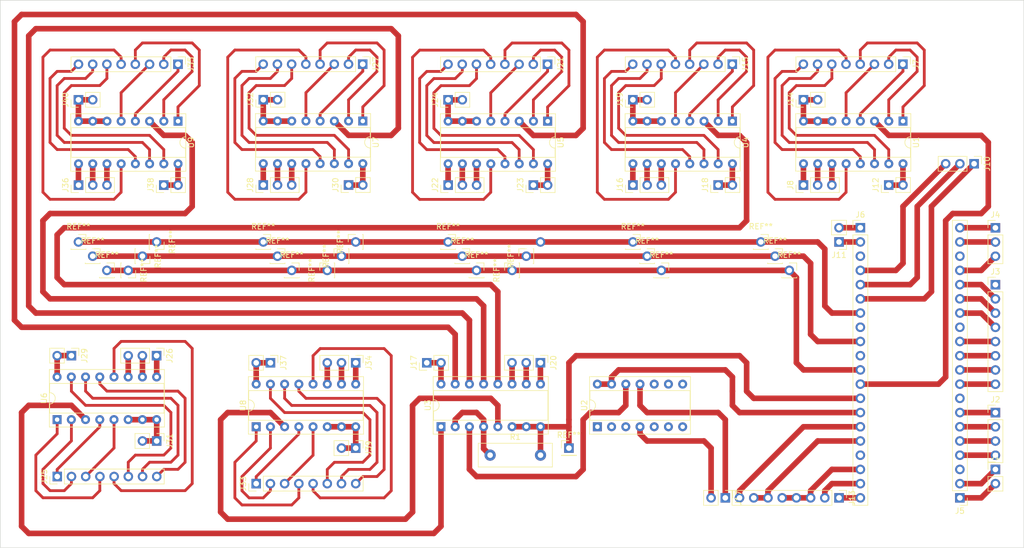
<source format=kicad_pcb>
(kicad_pcb (version 20211014) (generator pcbnew)
  (layers (0 "F.Cu" signal) (31 "B.Cu" signal) (34 "B.Paste" user) (35 "F.Paste" user) (36 "B.SilkS" user "B.Silkscreen") (37 "F.SilkS" user "F.Silkscreen") (38 "B.Mask" user) (39 "F.Mask" user) (44 "Edge.Cuts" user))
  (net 0 "")
  (net 1 "Net-(R1-Pad1)")
  (net 2 "Net-(R1-Pad2)")
  (net 3 "Net-(J35-Pad4)")
  (net 4 "Net-(J35-Pad2)")
  (net 5 "Net-(U3-Pad13)")
  (net 6 "Net-(J35-Pad1)")
  (net 7 "Net-(J35-Pad3)")
  (net 8 "Net-(J40-Pad1)")
  (net 9 "Net-(J36-Pad1)")
  (net 10 "Net-(J36-Pad2)")
  (net 11 "Net-(J36-Pad3)")
  (net 12 "Net-(J35-Pad5)")
  (net 13 "Net-(J35-Pad8)")
  (net 14 "Net-(J35-Pad7)")
  (net 15 "Net-(J35-Pad6)")
  (net 16 "Net-(J38-Pad1)")
  (net 17 "Net-(J7-Pad4)")
  (net 18 "Net-(J7-Pad2)")
  (net 19 "Net-(J6-Pad12)")
  (net 20 "Net-(J7-Pad1)")
  (net 21 "Net-(J7-Pad3)")
  (net 22 "Net-(J14-Pad1)")
  (net 23 "Net-(J8-Pad1)")
  (net 24 "Net-(J8-Pad2)")
  (net 25 "Net-(J8-Pad3)")
  (net 26 "Net-(J7-Pad5)")
  (net 27 "Net-(J7-Pad8)")
  (net 28 "Net-(J7-Pad7)")
  (net 29 "Net-(J7-Pad6)")
  (net 30 "Net-(J12-Pad1)")
  (net 31 "Net-(U3-Pad1)")
  (net 32 "Net-(U2-Pad6)")
  (net 33 "Net-(U3-Pad5)")
  (net 34 "Net-(J20-Pad1)")
  (net 35 "Net-(J20-Pad2)")
  (net 36 "Net-(J20-Pad3)")
  (net 37 "Net-(U3-Pad12)")
  (net 38 "Net-(U3-Pad14)")
  (net 39 "Net-(U3-Pad15)")
  (net 40 "Net-(J17-Pad1)")
  (net 41 "Net-(J15-Pad4)")
  (net 42 "Net-(J15-Pad2)")
  (net 43 "Net-(J15-Pad1)")
  (net 44 "Net-(J15-Pad3)")
  (net 45 "Net-(J19-Pad1)")
  (net 46 "Net-(J16-Pad1)")
  (net 47 "Net-(J16-Pad2)")
  (net 48 "Net-(J16-Pad3)")
  (net 49 "Net-(J15-Pad5)")
  (net 50 "Net-(J15-Pad8)")
  (net 51 "Net-(J15-Pad7)")
  (net 52 "Net-(J15-Pad6)")
  (net 53 "Net-(J18-Pad1)")
  (net 54 "Net-(J21-Pad4)")
  (net 55 "Net-(J21-Pad2)")
  (net 56 "Net-(J21-Pad1)")
  (net 57 "Net-(J21-Pad3)")
  (net 58 "Net-(J24-Pad1)")
  (net 59 "Net-(J22-Pad1)")
  (net 60 "Net-(J22-Pad2)")
  (net 61 "Net-(J22-Pad3)")
  (net 62 "Net-(J21-Pad5)")
  (net 63 "Net-(J21-Pad8)")
  (net 64 "Net-(J21-Pad7)")
  (net 65 "Net-(J21-Pad6)")
  (net 66 "Net-(J23-Pad1)")
  (net 67 "Net-(J25-Pad4)")
  (net 68 "Net-(J25-Pad2)")
  (net 69 "Net-(J25-Pad1)")
  (net 70 "Net-(J25-Pad3)")
  (net 71 "Net-(J31-Pad1)")
  (net 72 "Net-(J26-Pad1)")
  (net 73 "Net-(J26-Pad2)")
  (net 74 "Net-(J26-Pad3)")
  (net 75 "Net-(J25-Pad5)")
  (net 76 "Net-(J25-Pad8)")
  (net 77 "Net-(J25-Pad7)")
  (net 78 "Net-(J25-Pad6)")
  (net 79 "Net-(J29-Pad1)")
  (net 80 "Net-(J27-Pad4)")
  (net 81 "Net-(J27-Pad2)")
  (net 82 "Net-(J27-Pad1)")
  (net 83 "Net-(J27-Pad3)")
  (net 84 "Net-(J32-Pad1)")
  (net 85 "Net-(J28-Pad1)")
  (net 86 "Net-(J28-Pad2)")
  (net 87 "Net-(J28-Pad3)")
  (net 88 "Net-(J27-Pad5)")
  (net 89 "Net-(J27-Pad8)")
  (net 90 "Net-(J27-Pad7)")
  (net 91 "Net-(J27-Pad6)")
  (net 92 "Net-(J30-Pad1)")
  (net 93 "Net-(J33-Pad4)")
  (net 94 "Net-(J33-Pad2)")
  (net 95 "Net-(J33-Pad1)")
  (net 96 "Net-(J33-Pad3)")
  (net 97 "Net-(J39-Pad1)")
  (net 98 "Net-(J34-Pad1)")
  (net 99 "Net-(J34-Pad2)")
  (net 100 "Net-(J34-Pad3)")
  (net 101 "Net-(J33-Pad5)")
  (net 102 "Net-(J33-Pad8)")
  (net 103 "Net-(J33-Pad7)")
  (net 104 "Net-(J33-Pad6)")
  (net 105 "Net-(J37-Pad1)")
  (net 106 "Net-(J6-Pad14)")
  (net 107 "Net-(J11-Pad2)")
  (net 108 "Net-(J11-Pad1)")
  (net 110 "Net-(J10-Pad3)")
  (net 111 "Net-(J10-Pad2)")
  (net 112 "Net-(J10-Pad1)")
  (net 113 "Net-(J6-Pad7)")
  (net 115 "Net-(J6-Pad9)")
  (net 117 "Net-(J6-Pad11)")
  (net 118 "Net-(J13-Pad8)")
  (net 119 "Net-(J13-Pad6)")
  (net 121 "Net-(J13-Pad3)")
  (net 122 "Net-(J13-Pad2)")
  (net 123 "Net-(J13-Pad1)")
  (net 124 "Net-(J1-Pad2)")
  (net 125 "Net-(J1-Pad1)")
  (net 127 "Net-(J2-Pad4)")
  (net 128 "Net-(J2-Pad3)")
  (net 129 "Net-(J2-Pad2)")
  (net 130 "Net-(J2-Pad1)")
  (net 132 "Net-(J3-Pad8)")
  (net 133 "Net-(J3-Pad7)")
  (net 134 "Net-(J3-Pad6)")
  (net 135 "Net-(J3-Pad5)")
  (net 137 "Net-(J3-Pad4)")
  (net 138 "Net-(J3-Pad3)")
  (net 139 "Net-(J3-Pad2)")
  (net 140 "Net-(J4-Pad3)")
  (net 142 "Net-(J4-Pad2)")
  (net 143 "Net-(J4-Pad1)")
  (footprint "Connector_PinHeader_2.54mm:PinHeader_1x03_P2.54mm_Vertical" (layer "F.Cu") (at 195.58 57.165)
    (fp_text reference "J4")
    (fp_text value "Conn_01x03")
  )
  (footprint "Connector_PinHeader_2.54mm:PinHeader_1x02_P2.54mm_Vertical" (layer "F.Cu") (at 46.99 49.53 90)
    (fp_text reference "J38")
    (fp_text value "Conn_01x02")
  )
  (footprint "Connector_PinSocket_2.54mm:PinSocket_1x01_P2.54mm_Vertical" (layer "F.Cu") (at 156.21 62.23)
    (fp_text reference "REF**")
    (fp_text value "PinSocket_1x01_P2.54mm_Vertical")
  )
  (footprint "Connector_PinSocket_2.54mm:PinSocket_1x01_P2.54mm_Vertical" (layer "F.Cu") (at 100.33 62.23)
    (fp_text reference "REF**")
    (fp_text value "PinSocket_1x01_P2.54mm_Vertical")
  )
  (footprint "Connector_PinHeader_2.54mm:PinHeader_1x02_P2.54mm_Vertical" (layer "F.Cu") (at 97.79 34.29 90)
    (fp_text reference "J24")
    (fp_text value "Conn_01x02")
  )
  (footprint "Connector_PinHeader_2.54mm:PinHeader_1x02_P2.54mm_Vertical" (layer "F.Cu") (at 130.8 34.28 90)
    (fp_text reference "J19")
    (fp_text value "Conn_01x02")
  )
  (footprint "Connector_PinSocket_2.54mm:PinSocket_1x01_P2.54mm_Vertical" (layer "F.Cu") (at 102.87 64.77)
    (fp_text reference "REF**")
    (fp_text value "PinSocket_1x01_P2.54mm_Vertical")
  )
  (footprint "Package_DIP:DIP-16_W7.62mm_Socket" (layer "F.Cu") (at 96.52 92.7 90)
    (fp_text reference "U3")
    (fp_text value "4051")
  )
  (footprint "Connector_PinHeader_2.54mm:PinHeader_1x20_P2.54mm_Vertical" (layer "F.Cu") (at 171.45 57.15)
    (fp_text reference "J6")
    (fp_text value "Conn_01x20")
  )
  (footprint "Connector_PinHeader_2.54mm:PinHeader_1x04_P2.54mm_Vertical" (layer "F.Cu") (at 195.58 90.18)
    (fp_text reference "J2")
    (fp_text value "Conn_01x04")
  )
  (footprint "Connector_PinSocket_2.54mm:PinSocket_1x01_P2.54mm_Vertical" (layer "F.Cu") (at 111.76 62.23 90)
    (fp_text reference "REF**")
    (fp_text value "PinSocket_1x01_P2.54mm_Vertical")
  )
  (footprint "Connector_PinHeader_2.54mm:PinHeader_1x02_P2.54mm_Vertical" (layer "F.Cu") (at 80.01 49.515 90)
    (fp_text reference "J30")
    (fp_text value "Conn_01x02")
  )
  (footprint "Connector_PinHeader_2.54mm:PinHeader_1x02_P2.54mm_Vertical" (layer "F.Cu") (at 176.52 49.52 90)
    (fp_text reference "J12")
    (fp_text value "Conn_01x02")
  )
  (footprint "Connector_PinHeader_2.54mm:PinHeader_1x02_P2.54mm_Vertical" (layer "F.Cu") (at 146.04 49.52 90)
    (fp_text reference "J18")
    (fp_text value "Conn_01x02")
  )
  (footprint "Connector_PinSocket_2.54mm:PinSocket_1x01_P2.54mm_Vertical" (layer "F.Cu") (at 43.18 62.23 -90)
    (fp_text reference "REF**")
    (fp_text value "PinSocket_1x01_P2.54mm_Vertical")
  )
  (footprint "Connector_PinHeader_2.54mm:PinHeader_1x02_P2.54mm_Vertical" (layer "F.Cu") (at 161.28 34.28 90)
    (fp_text reference "J14")
    (fp_text value "Conn_01x02")
  )
  (footprint "Package_DIP:DIP-16_W7.62mm_Socket" (layer "F.Cu") (at 148.59 38.1 -90)
    (fp_text reference "U4")
    (fp_text value "4051")
  )
  (footprint "Connector_PinSocket_2.54mm:PinSocket_1x01_P2.54mm_Vertical" (layer "F.Cu") (at 109.22 64.77 90)
    (fp_text reference "REF**")
    (fp_text value "PinSocket_1x01_P2.54mm_Vertical")
  )
  (footprint "Connector_PinSocket_2.54mm:PinSocket_1x01_P2.54mm_Vertical" (layer "F.Cu") (at 135.89 64.77)
    (fp_text reference "REF**")
    (fp_text value "PinSocket_1x01_P2.54mm_Vertical")
  )
  (footprint "Connector_PinHeader_2.54mm:PinHeader_1x03_P2.54mm_Vertical" (layer "F.Cu") (at 161.28 49.52 90)
    (fp_text reference "J8")
    (fp_text value "Conn_01x03")
  )
  (footprint "Resistor_THT:R_Box_L13.0mm_W4.0mm_P9.00mm" (layer "F.Cu") (at 105.3 97.78)
    (fp_text reference "R1")
    (fp_text value "R")
  )
  (footprint "Connector_PinHeader_2.54mm:PinHeader_1x02_P2.54mm_Vertical" (layer "F.Cu") (at 113.03 49.53 90)
    (fp_text reference "J23")
    (fp_text value "Conn_01x02")
  )
  (footprint "Connector_PinHeader_2.54mm:PinHeader_1x03_P2.54mm_Vertical" (layer "F.Cu") (at 114.285 81.27 -90)
    (fp_text reference "J20")
    (fp_text value "Conn_01x03")
  )
  (footprint "Connector_PinHeader_2.54mm:PinHeader_1x08_P2.54mm_Vertical" (layer "F.Cu") (at 82.535 27.925 -90)
    (fp_text reference "J27")
    (fp_text value "Conn_01x08")
  )
  (footprint "Connector_PinSocket_2.54mm:PinSocket_1x01_P2.54mm_Vertical" (layer "F.Cu") (at 67.31 62.23)
    (fp_text reference "REF**")
    (fp_text value "PinSocket_1x01_P2.54mm_Vertical")
  )
  (footprint "Connector_PinSocket_2.54mm:PinSocket_1x01_P2.54mm_Vertical" (layer "F.Cu") (at 64.77 59.69)
    (fp_text reference "REF**")
    (fp_text value "PinSocket_1x01_P2.54mm_Vertical")
  )
  (footprint "Connector_PinSocket_2.54mm:PinSocket_1x01_P2.54mm_Vertical" (layer "F.Cu") (at 130.81 59.69)
    (fp_text reference "REF**")
    (fp_text value "PinSocket_1x01_P2.54mm_Vertical")
  )
  (footprint "Connector_PinHeader_2.54mm:PinHeader_1x08_P2.54mm_Vertical" (layer "F.Cu") (at 49.53 27.94 -90)
    (fp_text reference "J35")
    (fp_text value "Conn_01x08")
  )
  (footprint "Connector_PinHeader_2.54mm:PinHeader_1x03_P2.54mm_Vertical" (layer "F.Cu") (at 64.77 49.515 90)
    (fp_text reference "J28")
    (fp_text value "Conn_01x03")
  )
  (footprint "Connector_PinHeader_2.54mm:PinHeader_1x03_P2.54mm_Vertical" (layer "F.Cu") (at 45.71 80.01 -90)
    (fp_text reference "J26")
    (fp_text value "Conn_01x03")
  )
  (footprint "Connector_PinSocket_2.54mm:PinSocket_1x01_P2.54mm_Vertical" (layer "F.Cu") (at 69.85 64.77)
    (fp_text reference "REF**")
    (fp_text value "PinSocket_1x01_P2.54mm_Vertical")
  )
  (footprint "Connector_PinSocket_2.54mm:PinSocket_1x01_P2.54mm_Vertical" (layer "F.Cu") (at 81.28 59.69 90)
    (fp_text reference "REF**")
    (fp_text value "PinSocket_1x01_P2.54mm_Vertical")
  )
  (footprint "Package_DIP:DIP-16_W7.62mm_Socket" (layer "F.Cu") (at 115.58 38.11 -90)
    (fp_text reference "U5")
    (fp_text value "4051")
  )
  (footprint "Connector_PinSocket_2.54mm:PinSocket_1x01_P2.54mm_Vertical" (layer "F.Cu") (at 78.74 62.23 90)
    (fp_text reference "REF**")
    (fp_text value "PinSocket_1x01_P2.54mm_Vertical")
  )
  (footprint "Connector_PinSocket_2.54mm:PinSocket_1x01_P2.54mm_Vertical" (layer "F.Cu") (at 34.29 62.23)
    (fp_text reference "REF**")
    (fp_text value "PinSocket_1x01_P2.54mm_Vertical")
  )
  (footprint "Connector_PinHeader_2.54mm:PinHeader_1x08_P2.54mm_Vertical" (layer "F.Cu") (at 195.58 67.325)
    (fp_text reference "J3")
    (fp_text value "Conn_01x08")
  )
  (footprint "Connector_PinHeader_2.54mm:PinHeader_1x03_P2.54mm_Vertical" (layer "F.Cu") (at 130.815 49.52 90)
    (fp_text reference "J16")
    (fp_text value "Conn_01x03")
  )
  (footprint "Package_DIP:DIP-16_W7.62mm_Socket" (layer "F.Cu") (at 63.505 92.71 90)
    (fp_text reference "U8")
    (fp_text value "4051")
  )
  (footprint "Connector_PinHeader_2.54mm:PinHeader_1x02_P2.54mm_Vertical" (layer "F.Cu") (at 81.285 96.52 -90)
    (fp_text reference "J39")
    (fp_text value "Conn_01x02")
  )
  (footprint "Connector_PinHeader_2.54mm:PinHeader_1x02_P2.54mm_Vertical" (layer "F.Cu") (at 66.045 81.28 -90)
    (fp_text reference "J37")
    (fp_text value "Conn_01x02")
  )
  (footprint "Connector_PinSocket_2.54mm:PinSocket_1x01_P2.54mm_Vertical" (layer "F.Cu") (at 76.2 64.77 90)
    (fp_text reference "REF**")
    (fp_text value "PinSocket_1x01_P2.54mm_Vertical")
  )
  (footprint "Connector_PinHeader_2.54mm:PinHeader_1x03_P2.54mm_Vertical" (layer "F.Cu") (at 97.805 49.53 90)
    (fp_text reference "J22")
    (fp_text value "Conn_01x03")
  )
  (footprint "Connector_PinSocket_2.54mm:PinSocket_1x01_P2.54mm_Vertical" (layer "F.Cu") (at 153.67 59.69)
    (fp_text reference "REF**")
    (fp_text value "PinSocket_1x01_P2.54mm_Vertical")
  )
  (footprint "Connector_PinSocket_2.54mm:PinSocket_1x01_P2.54mm_Vertical" (layer "F.Cu") (at 45.72 59.69 -90)
    (fp_text reference "REF**")
    (fp_text value "PinSocket_1x01_P2.54mm_Vertical")
  )
  (footprint "Connector_PinHeader_2.54mm:PinHeader_1x03_P2.54mm_Vertical" (layer "F.Cu") (at 81.285 81.28 -90)
    (fp_text reference "J34")
    (fp_text value "Conn_01x03")
  )
  (footprint "Package_DIP:DIP-16_W7.62mm_Socket" (layer "F.Cu") (at 82.55 38.085 -90)
    (fp_text reference "U7")
    (fp_text value "4051")
  )
  (footprint "Connector_PinHeader_2.54mm:PinHeader_1x02_P2.54mm_Vertical" (layer "F.Cu") (at 30.485 80.01 -90)
    (fp_text reference "J29")
    (fp_text value "Conn_01x02")
  )
  (footprint "Connector_PinHeader_2.54mm:PinHeader_1x02_P2.54mm_Vertical" (layer "F.Cu") (at 45.725 95.25 -90)
    (fp_text reference "J31")
    (fp_text value "Conn_01x02")
  )
  (footprint "Connector_PinSocket_2.54mm:PinSocket_1x01_P2.54mm_Vertical" (layer "F.Cu") (at 158.75 64.77)
    (fp_text reference "REF**")
    (fp_text value "PinSocket_1x01_P2.54mm_Vertical")
  )
  (footprint "Connector_PinHeader_2.54mm:PinHeader_1x08_P2.54mm_Vertical" (layer "F.Cu") (at 115.555 27.94 -90)
    (fp_text reference "J21")
    (fp_text value "Conn_01x08")
  )
  (footprint "Connector_PinHeader_2.54mm:PinHeader_1x02_P2.54mm_Vertical" (layer "F.Cu") (at 64.77 34.275 90)
    (fp_text reference "J32")
    (fp_text value "Conn_01x02")
  )
  (footprint "" (layer "F.Cu") (at 114.3 59.69)
    (fp_text reference "")
    (fp_text value "")
  )
  (footprint "Connector_PinHeader_2.54mm:PinHeader_1x02_P2.54mm_Vertical" (layer "F.Cu") (at 195.58 100.33)
    (fp_text reference "J1")
    (fp_text value "Conn_01x02")
  )
  (footprint "Connector_PinHeader_2.54mm:PinHeader_1x01_P2.54mm_Vertical" (layer "F.Cu") (at 119.38 96.52)
    (fp_text reference "REF**")
    (fp_text value "PinHeader_1x01_P2.54mm_Vertical")
  )
  (footprint "Connector_PinSocket_2.54mm:PinSocket_1x01_P2.54mm_Vertical" (layer "F.Cu") (at 133.35 62.23)
    (fp_text reference "REF**")
    (fp_text value "PinSocket_1x01_P2.54mm_Vertical")
  )
  (footprint "Connector_PinHeader_2.54mm:PinHeader_1x08_P2.54mm_Vertical" (layer "F.Cu") (at 148.565 27.93 -90)
    (fp_text reference "J15")
    (fp_text value "Conn_01x08")
  )
  (footprint "Package_DIP:DIP-16_W7.62mm_Socket" (layer "F.Cu") (at 27.935 91.43 90)
    (fp_text reference "U6")
    (fp_text value "4051")
  )
  (footprint "Connector_PinSocket_2.54mm:PinSocket_1x01_P2.54mm_Vertical" (layer "F.Cu") (at 97.79 59.69)
    (fp_text reference "REF**")
    (fp_text value "PinSocket_1x01_P2.54mm_Vertical")
  )
  (footprint "Package_DIP:DIP-16_W7.62mm_Socket" (layer "F.Cu") (at 49.54 38.11 -90)
    (fp_text reference "U9")
    (fp_text value "4051")
  )
  (footprint "Connector_PinHeader_2.54mm:PinHeader_1x08_P2.54mm_Vertical" (layer "F.Cu") (at 179.045 27.93 -90)
    (fp_text reference "J7")
    (fp_text value "Conn_01x08")
  )
  (footprint "Connector_PinHeader_2.54mm:PinHeader_1x03_P2.54mm_Vertical" (layer "F.Cu") (at 191.77 45.72 -90)
    (fp_text reference "J10")
    (fp_text value "Conn_01x03")
  )
  (footprint "Connector_PinHeader_2.54mm:PinHeader_1x02_P2.54mm_Vertical" (layer "F.Cu") (at 93.98 81.28 90)
    (fp_text reference "J17")
    (fp_text value "Conn_01x02")
  )
  (footprint "Connector_PinHeader_2.54mm:PinHeader_1x08_P2.54mm_Vertical" (layer "F.Cu") (at 63.505 102.87 90)
    (fp_text reference "J33")
    (fp_text value "Conn_01x08")
  )
  (footprint "Connector_PinHeader_2.54mm:PinHeader_1x02_P2.54mm_Vertical" (layer "F.Cu") (at 147.32 105.41 -90)
    (fp_text reference "J17")
    (fp_text value "Conn_01x02")
  )
  (footprint "Connector_PinHeader_2.54mm:PinHeader_1x03_P2.54mm_Vertical" (layer "F.Cu") (at 31.765 49.53 90)
    (fp_text reference "J36")
    (fp_text value "Conn_01x03")
  )
  (footprint "Connector_PinHeader_2.54mm:PinHeader_1x08_P2.54mm_Vertical" (layer "F.Cu") (at 167.64 105.41 -90)
    (fp_text reference "J13")
    (fp_text value "Conn_01x08")
  )
  (footprint "Connector_PinHeader_2.54mm:PinHeader_1x02_P2.54mm_Vertical" (layer "F.Cu") (at 167.64 59.69 180)
    (fp_text reference "J11")
    (fp_text value "Conn_01x02")
  )
  (footprint "Connector_PinHeader_2.54mm:PinHeader_1x08_P2.54mm_Vertical" (layer "F.Cu") (at 27.96 101.6 90)
    (fp_text reference "J25")
    (fp_text value "Conn_01x08")
  )
  (footprint "Connector_PinSocket_2.54mm:PinSocket_1x01_P2.54mm_Vertical" (layer "F.Cu") (at 40.64 64.77 -90)
    (fp_text reference "REF**")
    (fp_text value "PinSocket_1x01_P2.54mm_Vertical")
  )
  (footprint "Connector_PinSocket_2.54mm:PinSocket_1x01_P2.54mm_Vertical" (layer "F.Cu") (at 31.75 59.69)
    (fp_text reference "REF**")
    (fp_text value "PinSocket_1x01_P2.54mm_Vertical")
  )
  (footprint "Connector_PinHeader_2.54mm:PinHeader_1x02_P2.54mm_Vertical" (layer "F.Cu") (at 31.75 34.29 90)
    (fp_text reference "J40")
    (fp_text value "Conn_01x02")
  )
  (footprint "Package_DIP:DIP-16_W7.62mm_Socket" (layer "F.Cu") (at 179.07 38.1 -90)
    (fp_text reference "U1")
    (fp_text value "4051")
  )
  (footprint "Connector_PinHeader_2.54mm:PinHeader_1x20_P2.54mm_Vertical" (layer "F.Cu") (at 189.23 105.41 180)
    (fp_text reference "J5")
    (fp_text value "Conn_01x20")
  )
  (footprint "Package_DIP:DIP-14_W7.62mm_Socket" (layer "F.Cu") (at 124.46 92.71 90)
    (fp_text reference "U2")
    (fp_text value "OPA1622")
  )
  (footprint "Connector_PinSocket_2.54mm:PinSocket_1x01_P2.54mm_Vertical" (layer "F.Cu") (at 36.83 64.77)
    (fp_text reference "REF**")
    (fp_text value "PinSocket_1x01_P2.54mm_Vertical")
  )
  (gr_rect (start 17.78 16.51) (end 200.66 114.3) (layer "Edge.Cuts") (width 0.1) (fill none))
  (segment (start 161.29 82.55) (end 171.45 82.55) (width 1) (layer "F.Cu") (net 0))
  (segment (start 163.83 77.47) (end 171.45 77.47) (width 1) (layer "F.Cu") (net 0))
  (segment (start 119.38 92.71) (end 114.35 92.71) (width 1) (layer "F.Cu") (net 0))
  (segment (start 99.06 91.43) (end 100.33 90.16) (width 1) (layer "F.Cu") (net 1))
  (segment (start 99.06 92.7) (end 99.06 91.43) (width 1) (layer "F.Cu") (net 1))
  (segment (start 104.14 96.62) (end 104.14 92.7) (width 1) (layer "F.Cu") (net 1))
  (segment (start 102.87 90.16) (end 104.14 91.43) (width 1) (layer "F.Cu") (net 1))
  (segment (start 105.3 97.78) (end 104.14 96.62) (width 1) (layer "F.Cu") (net 1))
  (segment (start 104.14 91.43) (end 104.14 92.7) (width 1) (layer "F.Cu") (net 1))
  (segment (start 100.33 90.16) (end 102.87 90.16) (width 1) (layer "F.Cu") (net 1))
  (segment (start 171.45 87.63) (end 152.4 87.63) (width 1) (layer "F.Cu") (net 2))
  (segment (start 133.35 90.17) (end 132.08 88.9) (width 1) (layer "F.Cu") (net 2))
  (segment (start 151.13 86.36) (end 151.13 81.28) (width 1) (layer "F.Cu") (net 2))
  (segment (start 144.78 96.52) (end 144.78 105.41) (width 1) (layer "F.Cu") (net 2))
  (segment (start 120.65 80.01) (end 119.38 81.28) (width 1) (layer "F.Cu") (net 2))
  (segment (start 114.3 92.7) (end 114.3 97.78) (width 1) (layer "F.Cu") (net 2))
  (segment (start 147.32 105.41) (end 147.32 91.44) (width 1) (layer "F.Cu") (net 2))
  (segment (start 109.22 92.7) (end 114.3 92.7) (width 1) (layer "F.Cu") (net 2))
  (segment (start 146.05 90.17) (end 133.35 90.17) (width 1) (layer "F.Cu") (net 2))
  (segment (start 149.86 80.01) (end 120.65 80.01) (width 1) (layer "F.Cu") (net 2))
  (segment (start 151.13 81.28) (end 149.86 80.01) (width 1) (layer "F.Cu") (net 2))
  (segment (start 152.4 87.63) (end 151.13 86.36) (width 1) (layer "F.Cu") (net 2))
  (segment (start 132.08 93.98) (end 133.35 95.25) (width 1) (layer "F.Cu") (net 2))
  (segment (start 119.38 81.28) (end 119.38 91.44) (width 1) (layer "F.Cu") (net 2))
  (segment (start 133.35 95.25) (end 143.51 95.25) (width 1) (layer "F.Cu") (net 2))
  (segment (start 132.08 88.9) (end 132.08 85.09) (width 1) (layer "F.Cu") (net 2))
  (segment (start 143.51 95.25) (end 144.78 96.52) (width 1) (layer "F.Cu") (net 2))
  (segment (start 132.08 92.71) (end 132.08 93.98) (width 1) (layer "F.Cu") (net 2))
  (segment (start 119.38 91.44) (end 119.38 96.52) (width 1) (layer "F.Cu") (net 2))
  (segment (start 147.32 91.44) (end 146.05 90.17) (width 1) (layer "F.Cu") (net 2))
  (segment (start 53.34 31.75) (end 53.34 25.4) (width 0.5) (layer "F.Cu") (net 3))
  (segment (start 43.18 24.13) (end 41.91 25.4) (width 0.5) (layer "F.Cu") (net 3))
  (segment (start 41.91 25.4) (end 41.91 27.94) (width 0.5) (layer "F.Cu") (net 3))
  (segment (start 49.53 35.56) (end 53.34 31.75) (width 0.5) (layer "F.Cu") (net 3))
  (segment (start 52.07 24.13) (end 43.18 24.13) (width 0.5) (layer "F.Cu") (net 3))
  (segment (start 49.53 38.1) (end 49.53 35.56) (width 0.5) (layer "F.Cu") (net 3))
  (segment (start 53.34 25.4) (end 52.07 24.13) (width 0.5) (layer "F.Cu") (net 3))
  (segment (start 46.99 26.67) (end 46.99 27.94) (width 0.5) (layer "F.Cu") (net 4))
  (segment (start 52.07 29.21) (end 52.07 26.67) (width 0.5) (layer "F.Cu") (net 4))
  (segment (start 46.99 34.29) (end 52.07 29.21) (width 0.5) (layer "F.Cu") (net 4))
  (segment (start 48.26 25.4) (end 46.99 26.67) (width 0.5) (layer "F.Cu") (net 4))
  (segment (start 46.99 38.1) (end 46.99 34.29) (width 0.5) (layer "F.Cu") (net 4))
  (segment (start 52.07 26.67) (end 50.8 25.4) (width 0.5) (layer "F.Cu") (net 4))
  (segment (start 50.8 25.4) (end 48.26 25.4) (width 0.5) (layer "F.Cu") (net 4))
  (segment (start 25.4 55.88) (end 25.4 68.58) (width 1) (layer "F.Cu") (net 5))
  (segment (start 104.14 71.12) (end 104.14 85.08) (width 1) (layer "F.Cu") (net 5))
  (segment (start 46.99 40.64) (end 50.8 40.64) (width 1) (layer "F.Cu") (net 5))
  (segment (start 25.4 68.58) (end 26.67 69.85) (width 1) (layer "F.Cu") (net 5))
  (segment (start 102.87 69.85) (end 104.14 71.12) (width 1) (layer "F.Cu") (net 5))
  (segment (start 26.67 54.61) (end 25.4 55.88) (width 1) (layer "F.Cu") (net 5))
  (segment (start 26.67 69.85) (end 102.87 69.85) (width 1) (layer "F.Cu") (net 5))
  (segment (start 52.07 53.34) (end 50.8 54.61) (width 1) (layer "F.Cu") (net 5))
  (segment (start 44.45 38.1) (end 46.99 40.64) (width 1) (layer "F.Cu") (net 5))
  (segment (start 50.8 54.61) (end 26.67 54.61) (width 1) (layer "F.Cu") (net 5))
  (segment (start 52.07 41.91) (end 52.07 53.34) (width 1) (layer "F.Cu") (net 5))
  (segment (start 50.8 40.64) (end 52.07 41.91) (width 1) (layer "F.Cu") (net 5))
  (segment (start 41.91 36.815) (end 49.53 29.195) (width 0.5) (layer "F.Cu") (net 6))
  (segment (start 41.91 38.1) (end 41.91 36.815) (width 0.5) (layer "F.Cu") (net 6))
  (segment (start 49.53 29.195) (end 49.53 27.94) (width 0.5) (layer "F.Cu") (net 6))
  (segment (start 39.37 38.1) (end 39.37 33.02) (width 0.5) (layer "F.Cu") (net 7))
  (segment (start 39.37 33.02) (end 44.45 27.94) (width 0.5) (layer "F.Cu") (net 7))
  (segment (start 31.75 36.83) (end 31.76 36.84) (width 1) (layer "F.Cu") (net 8))
  (segment (start 31.75 36.83) (end 31.75 34.29) (width 1) (layer "F.Cu") (net 8))
  (segment (start 34.29 34.29) (end 31.75 34.29) (width 1) (layer "F.Cu") (net 8))
  (segment (start 31.76 36.84) (end 31.76 38.11) (width 1) (layer "F.Cu") (net 8))
  (segment (start 31.76 38.11) (end 36.84 38.11) (width 1) (layer "F.Cu") (net 8))
  (segment (start 31.75 38.1) (end 31.75 36.83) (width 1) (layer "F.Cu") (net 8))
  (segment (start 31.75 49.53) (end 31.75 45.72) (width 1) (layer "F.Cu") (net 9))
  (segment (start 34.29 49.53) (end 34.29 45.72) (width 1) (layer "F.Cu") (net 10))
  (segment (start 36.83 49.53) (end 36.83 45.72) (width 1) (layer "F.Cu") (net 11))
  (segment (start 26.67 52.07) (end 25.4 50.8) (width 0.5) (layer "F.Cu") (net 12))
  (segment (start 38.1 25.4) (end 39.37 26.67) (width 0.5) (layer "F.Cu") (net 12))
  (segment (start 38.1 52.07) (end 26.67 52.07) (width 0.5) (layer "F.Cu") (net 12))
  (segment (start 39.37 26.67) (end 39.37 27.94) (width 0.5) (layer "F.Cu") (net 12))
  (segment (start 39.37 50.8) (end 38.1 52.07) (width 0.5) (layer "F.Cu") (net 12))
  (segment (start 26.67 25.4) (end 38.1 25.4) (width 0.5) (layer "F.Cu") (net 12))
  (segment (start 39.37 45.72) (end 39.37 50.8) (width 0.5) (layer "F.Cu") (net 12))
  (segment (start 25.4 50.8) (end 25.4 26.67) (width 0.5) (layer "F.Cu") (net 12))
  (segment (start 25.4 26.67) (end 26.67 25.4) (width 0.5) (layer "F.Cu") (net 12))
  (segment (start 31.75 27.94) (end 30.48 29.21) (width 0.5) (layer "F.Cu") (net 13))
  (segment (start 26.67 30.48) (end 26.67 41.91) (width 0.5) (layer "F.Cu") (net 13))
  (segment (start 41.91 44.45) (end 41.91 45.72) (width 0.5) (layer "F.Cu") (net 13))
  (segment (start 27.94 29.21) (end 26.67 30.48) (width 0.5) (layer "F.Cu") (net 13))
  (segment (start 27.94 43.18) (end 40.64 43.18) (width 0.5) (layer "F.Cu") (net 13))
  (segment (start 40.64 43.18) (end 41.91 44.45) (width 0.5) (layer "F.Cu") (net 13))
  (segment (start 30.48 29.21) (end 27.94 29.21) (width 0.5) (layer "F.Cu") (net 13))
  (segment (start 26.67 41.91) (end 27.94 43.18) (width 0.5) (layer "F.Cu") (net 13))
  (segment (start 34.29 29.21) (end 34.29 27.94) (width 0.5) (layer "F.Cu") (net 14))
  (segment (start 33.02 30.48) (end 29.21 30.48) (width 0.5) (layer "F.Cu") (net 14))
  (segment (start 44.45 43.18) (end 44.45 45.72) (width 0.5) (layer "F.Cu") (net 14))
  (segment (start 43.18 41.91) (end 44.45 43.18) (width 0.5) (layer "F.Cu") (net 14))
  (segment (start 34.29 29.21) (end 33.02 30.48) (width 0.5) (layer "F.Cu") (net 14))
  (segment (start 29.21 41.91) (end 43.18 41.91) (width 0.5) (layer "F.Cu") (net 14))
  (segment (start 29.21 30.48) (end 27.94 31.75) (width 0.5) (layer "F.Cu") (net 14))
  (segment (start 27.94 31.75) (end 27.94 40.64) (width 0.5) (layer "F.Cu") (net 14))
  (segment (start 27.94 40.64) (end 29.21 41.91) (width 0.5) (layer "F.Cu") (net 14))
  (segment (start 30.48 40.64) (end 29.21 39.37) (width 0.5) (layer "F.Cu") (net 15))
  (segment (start 29.21 39.37) (end 29.21 33.02) (width 0.5) (layer "F.Cu") (net 15))
  (segment (start 30.48 31.75) (end 35.56 31.75) (width 0.5) (layer "F.Cu") (net 15))
  (segment (start 46.99 45.72) (end 46.99 43.18) (width 0.5) (layer "F.Cu") (net 15))
  (segment (start 44.45 40.64) (end 30.48 40.64) (width 0.5) (layer "F.Cu") (net 15))
  (segment (start 29.21 33.02) (end 30.48 31.75) (width 0.5) (layer "F.Cu") (net 15))
  (segment (start 36.83 30.48) (end 36.83 27.94) (width 0.5) (layer "F.Cu") (net 15))
  (segment (start 46.99 43.18) (end 44.45 40.64) (width 0.5) (layer "F.Cu") (net 15))
  (segment (start 35.56 31.75) (end 36.83 30.48) (width 0.5) (layer "F.Cu") (net 15))
  (segment (start 49.53 49.53) (end 46.99 49.53) (width 1) (layer "F.Cu") (net 16))
  (segment (start 49.53 45.72) (end 49.53 49.53) (width 1) (layer "F.Cu") (net 16))
  (segment (start 181.6 24.135) (end 172.71 24.135) (width 0.5) (layer "F.Cu") (net 17))
  (segment (start 172.71 24.135) (end 171.44 25.405) (width 0.5) (layer "F.Cu") (net 17))
  (segment (start 179.06 38.105) (end 179.06 35.565) (width 0.5) (layer "F.Cu") (net 17))
  (segment (start 182.87 31.755) (end 182.87 25.405) (width 0.5) (layer "F.Cu") (net 17))
  (segment (start 179.06 35.565) (end 182.87 31.755) (width 0.5) (layer "F.Cu") (net 17))
  (segment (start 182.87 25.405) (end 181.6 24.135) (width 0.5) (layer "F.Cu") (net 17))
  (segment (start 171.44 25.405) (end 171.44 27.945) (width 0.5) (layer "F.Cu") (net 17))
  (segment (start 181.6 26.675) (end 180.33 25.405) (width 0.5) (layer "F.Cu") (net 18))
  (segment (start 180.33 25.405) (end 177.79 25.405) (width 0.5) (layer "F.Cu") (net 18))
  (segment (start 176.52 38.105) (end 176.52 34.295) (width 0.5) (layer "F.Cu") (net 18))
  (segment (start 176.52 34.295) (end 181.6 29.215) (width 0.5) (layer "F.Cu") (net 18))
  (segment (start 177.79 25.405) (end 176.52 26.675) (width 0.5) (layer "F.Cu") (net 18))
  (segment (start 181.6 29.215) (end 181.6 26.675) (width 0.5) (layer "F.Cu") (net 18))
  (segment (start 176.52 26.675) (end 176.52 27.945) (width 0.5) (layer "F.Cu") (net 18))
  (segment (start 186.69 83.82) (end 186.69 55.88) (width 1) (layer "F.Cu") (net 19))
  (segment (start 187.96 54.61) (end 193.04 54.61) (width 1) (layer "F.Cu") (net 19))
  (segment (start 176.52 40.645) (end 173.98 38.105) (width 1) (layer "F.Cu") (net 19))
  (segment (start 193.045 40.645) (end 176.52 40.645) (width 1) (layer "F.Cu") (net 19))
  (segment (start 194.31 53.34) (end 194.31 41.91) (width 1) (layer "F.Cu") (net 19))
  (segment (start 171.45 85.09) (end 185.42 85.09) (width 1) (layer "F.Cu") (net 19))
  (segment (start 186.69 55.88) (end 187.96 54.61) (width 1) (layer "F.Cu") (net 19))
  (segment (start 194.31 41.91) (end 193.045 40.645) (width 1) (layer "F.Cu") (net 19))
  (segment (start 185.42 85.09) (end 186.69 83.82) (width 1) (layer "F.Cu") (net 19))
  (segment (start 193.04 54.61) (end 194.31 53.34) (width 1) (layer "F.Cu") (net 19))
  (segment (start 171.44 36.82) (end 179.06 29.2) (width 0.5) (layer "F.Cu") (net 20))
  (segment (start 179.06 29.2) (end 179.06 27.945) (width 0.5) (layer "F.Cu") (net 20))
  (segment (start 171.44 38.105) (end 171.44 36.82) (width 0.5) (layer "F.Cu") (net 20))
  (segment (start 168.9 33.025) (end 173.98 27.945) (width 0.5) (layer "F.Cu") (net 21))
  (segment (start 168.9 38.105) (end 168.9 33.025) (width 0.5) (layer "F.Cu") (net 21))
  (segment (start 161.28 38.105) (end 161.28 34.295) (width 1) (layer "F.Cu") (net 22))
  (segment (start 161.29 38.1) (end 166.37 38.1) (width 1) (layer "F.Cu") (net 22))
  (segment (start 163.82 34.295) (end 161.28 34.295) (width 1) (layer "F.Cu") (net 22))
  (segment (start 161.28 49.535) (end 161.28 45.725) (width 1) (layer "F.Cu") (net 23))
  (segment (start 163.82 49.535) (end 163.82 45.725) (width 1) (layer "F.Cu") (net 24))
  (segment (start 166.36 49.535) (end 166.36 45.725) (width 1) (layer "F.Cu") (net 25))
  (segment (start 168.9 45.725) (end 168.9 50.805) (width 0.5) (layer "F.Cu") (net 26))
  (segment (start 168.9 50.805) (end 167.63 52.075) (width 0.5) (layer "F.Cu") (net 26))
  (segment (start 167.63 25.405) (end 168.9 26.675) (width 0.5) (layer "F.Cu") (net 26))
  (segment (start 154.93 50.805) (end 154.93 26.675) (width 0.5) (layer "F.Cu") (net 26))
  (segment (start 154.93 26.675) (end 156.2 25.405) (width 0.5) (layer "F.Cu") (net 26))
  (segment (start 156.2 52.075) (end 154.93 50.805) (width 0.5) (layer "F.Cu") (net 26))
  (segment (start 167.63 52.075) (end 156.2 52.075) (width 0.5) (layer "F.Cu") (net 26))
  (segment (start 168.9 26.675) (end 168.9 27.945) (width 0.5) (layer "F.Cu") (net 26))
  (segment (start 156.2 25.405) (end 167.63 25.405) (width 0.5) (layer "F.Cu") (net 26))
  (segment (start 160.01 29.215) (end 157.47 29.215) (width 0.5) (layer "F.Cu") (net 27))
  (segment (start 157.47 43.185) (end 170.17 43.185) (width 0.5) (layer "F.Cu") (net 27))
  (segment (start 161.28 27.945) (end 160.01 29.215) (width 0.5) (layer "F.Cu") (net 27))
  (segment (start 170.17 43.185) (end 171.44 44.455) (width 0.5) (layer "F.Cu") (net 27))
  (segment (start 171.44 44.455) (end 171.44 45.725) (width 0.5) (layer "F.Cu") (net 27))
  (segment (start 157.47 29.215) (end 156.2 30.485) (width 0.5) (layer "F.Cu") (net 27))
  (segment (start 156.2 41.915) (end 157.47 43.185) (width 0.5) (layer "F.Cu") (net 27))
  (segment (start 156.2 30.485) (end 156.2 41.915) (width 0.5) (layer "F.Cu") (net 27))
  (segment (start 173.98 43.185) (end 173.98 45.725) (width 0.5) (layer "F.Cu") (net 28))
  (segment (start 163.82 29.215) (end 162.55 30.485) (width 0.5) (layer "F.Cu") (net 28))
  (segment (start 158.74 41.915) (end 172.71 41.915) (width 0.5) (layer "F.Cu") (net 28))
  (segment (start 172.71 41.915) (end 173.98 43.185) (width 0.5) (layer "F.Cu") (net 28))
  (segment (start 157.47 40.645) (end 158.74 41.915) (width 0.5) (layer "F.Cu") (net 28))
  (segment (start 158.74 30.485) (end 157.47 31.755) (width 0.5) (layer "F.Cu") (net 28))
  (segment (start 163.82 29.215) (end 163.82 27.945) (width 0.5) (layer "F.Cu") (net 28))
  (segment (start 157.47 31.755) (end 157.47 40.645) (width 0.5) (layer "F.Cu") (net 28))
  (segment (start 162.55 30.485) (end 158.74 30.485) (width 0.5) (layer "F.Cu") (net 28))
  (segment (start 165.09 31.755) (end 166.36 30.485) (width 0.5) (layer "F.Cu") (net 29))
  (segment (start 160.01 31.755) (end 165.09 31.755) (width 0.5) (layer "F.Cu") (net 29))
  (segment (start 166.36 30.485) (end 166.36 27.945) (width 0.5) (layer "F.Cu") (net 29))
  (segment (start 158.74 33.025) (end 160.01 31.755) (width 0.5) (layer "F.Cu") (net 29))
  (segment (start 173.98 40.645) (end 160.01 40.645) (width 0.5) (layer "F.Cu") (net 29))
  (segment (start 176.52 43.185) (end 173.98 40.645) (width 0.5) (layer "F.Cu") (net 29))
  (segment (start 176.52 45.725) (end 176.52 43.185) (width 0.5) (layer "F.Cu") (net 29))
  (segment (start 160.01 40.645) (end 158.74 39.375) (width 0.5) (layer "F.Cu") (net 29))
  (segment (start 158.74 39.375) (end 158.74 33.025) (width 0.5) (layer "F.Cu") (net 29))
  (segment (start 179.06 49.535) (end 176.52 49.535) (width 1) (layer "F.Cu") (net 30))
  (segment (start 179.06 45.725) (end 179.06 49.535) (width 1) (layer "F.Cu") (net 30))
  (segment (start 21.59 90.17) (end 21.59 110.49) (width 1) (layer "F.Cu") (net 31))
  (segment (start 22.86 111.76) (end 95.25 111.76) (width 1) (layer "F.Cu") (net 31))
  (segment (start 30.485 88.885) (end 22.875 88.885) (width 1) (layer "F.Cu") (net 31))
  (segment (start 33.025 91.425) (end 30.485 88.885) (width 1) (layer "F.Cu") (net 31))
  (segment (start 22.875 88.885) (end 21.59 90.17) (width 1) (layer "F.Cu") (net 31))
  (segment (start 21.59 110.49) (end 22.86 111.76) (width 1) (layer "F.Cu") (net 31))
  (segment (start 96.52 110.49) (end 96.52 92.7) (width 1) (layer "F.Cu") (net 31))
  (segment (start 95.25 111.76) (end 96.52 110.49) (width 1) (layer "F.Cu") (net 31))
  (segment (start 101.6 100.32) (end 102.88 101.6) (width 1) (layer "F.Cu") (net 32))
  (segment (start 102.88 101.6) (end 120.65 101.6) (width 1) (layer "F.Cu") (net 32))
  (segment (start 121.92 100.33) (end 121.92 91.44) (width 1) (layer "F.Cu") (net 32))
  (segment (start 121.92 91.44) (end 123.19 90.17) (width 1) (layer "F.Cu") (net 32))
  (segment (start 128.27 90.17) (end 129.54 88.9) (width 1) (layer "F.Cu") (net 32))
  (segment (start 120.65 101.6) (end 121.92 100.33) (width 1) (layer "F.Cu") (net 32))
  (segment (start 129.54 88.9) (end 129.54 85.09) (width 1) (layer "F.Cu") (net 32))
  (segment (start 101.6 92.7) (end 101.6 100.32) (width 1) (layer "F.Cu") (net 32))
  (segment (start 123.19 90.17) (end 128.27 90.17) (width 1) (layer "F.Cu") (net 32))
  (segment (start 91.44 88.9) (end 92.71 87.63) (width 1) (layer "F.Cu") (net 33))
  (segment (start 58.42 109.22) (end 90.17 109.22) (width 1) (layer "F.Cu") (net 33))
  (segment (start 91.44 107.95) (end 91.44 88.9) (width 1) (layer "F.Cu") (net 33))
  (segment (start 66.045 90.17) (end 58.42 90.17) (width 1) (layer "F.Cu") (net 33))
  (segment (start 57.15 107.95) (end 58.42 109.22) (width 1) (layer "F.Cu") (net 33))
  (segment (start 68.585 92.71) (end 66.045 90.17) (width 1) (layer "F.Cu") (net 33))
  (segment (start 105.41 87.63) (end 106.68 88.9) (width 1) (layer "F.Cu") (net 33))
  (segment (start 92.71 87.63) (end 105.41 87.63) (width 1) (layer "F.Cu") (net 33))
  (segment (start 58.42 90.17) (end 57.15 91.44) (width 1) (layer "F.Cu") (net 33))
  (segment (start 106.68 88.9) (end 106.68 92.7) (width 1) (layer "F.Cu") (net 33))
  (segment (start 90.17 109.22) (end 91.44 107.95) (width 1) (layer "F.Cu") (net 33))
  (segment (start 57.15 91.44) (end 57.15 107.95) (width 1) (layer "F.Cu") (net 33))
  (segment (start 114.285 85.065) (end 114.3 85.08) (width 1) (layer "F.Cu") (net 34))
  (segment (start 114.285 81.27) (end 114.285 85.065) (width 1) (layer "F.Cu") (net 34))
  (segment (start 111.745 81.27) (end 111.745 85.065) (width 1) (layer "F.Cu") (net 35))
  (segment (start 111.745 85.065) (end 111.76 85.08) (width 1) (layer "F.Cu") (net 35))
  (segment (start 109.22 81.285) (end 109.205 81.27) (width 1) (layer "F.Cu") (net 36))
  (segment (start 109.22 85.08) (end 109.22 81.285) (width 1) (layer "F.Cu") (net 36))
  (segment (start 143.5 38.105) (end 146.04 40.645) (width 1) (layer "F.Cu") (net 37))
  (segment (start 151.13 55.88) (end 149.86 57.15) (width 1) (layer "F.Cu") (net 37))
  (segment (start 146.04 40.645) (end 149.85 40.645) (width 1) (layer "F.Cu") (net 37))
  (segment (start 27.94 66.04) (end 29.21 67.31) (width 1) (layer "F.Cu") (net 37))
  (segment (start 106.68 68.58) (end 106.68 85.08) (width 1) (layer "F.Cu") (net 37))
  (segment (start 29.21 57.15) (end 27.94 58.42) (width 1) (layer "F.Cu") (net 37))
  (segment (start 149.86 57.15) (end 29.21 57.15) (width 1) (layer "F.Cu") (net 37))
  (segment (start 29.21 67.31) (end 105.41 67.31) (width 1) (layer "F.Cu") (net 37))
  (segment (start 27.94 58.42) (end 27.94 66.04) (width 1) (layer "F.Cu") (net 37))
  (segment (start 105.41 67.31) (end 106.68 68.58) (width 1) (layer "F.Cu") (net 37))
  (segment (start 151.12 55.87) (end 151.13 55.88) (width 1) (layer "F.Cu") (net 37))
  (segment (start 151.12 41.915) (end 151.12 55.87) (width 1) (layer "F.Cu") (net 37))
  (segment (start 149.85 40.645) (end 151.12 41.915) (width 1) (layer "F.Cu") (net 37))
  (segment (start 101.6 73.66) (end 101.6 85.08) (width 1) (layer "F.Cu") (net 38))
  (segment (start 87.63 21.59) (end 24.13 21.59) (width 1) (layer "F.Cu") (net 38))
  (segment (start 88.9 22.86) (end 87.63 21.59) (width 1) (layer "F.Cu") (net 38))
  (segment (start 83.835 40.655) (end 87.615 40.655) (width 1) (layer "F.Cu") (net 38))
  (segment (start 88.9 39.37) (end 88.9 22.86) (width 1) (layer "F.Cu") (net 38))
  (segment (start 24.13 21.59) (end 22.86 22.86) (width 1) (layer "F.Cu") (net 38))
  (segment (start 100.33 72.39) (end 101.6 73.66) (width 1) (layer "F.Cu") (net 38))
  (segment (start 80.01 40.64) (end 83.82 40.64) (width 1) (layer "F.Cu") (net 38))
  (segment (start 77.47 38.1) (end 80.01 40.64) (width 1) (layer "F.Cu") (net 38))
  (segment (start 87.615 40.655) (end 88.9 39.37) (width 1) (layer "F.Cu") (net 38))
  (segment (start 22.86 71.12) (end 24.13 72.39) (width 1) (layer "F.Cu") (net 38))
  (segment (start 83.82 40.64) (end 83.835 40.655) (width 1) (layer "F.Cu") (net 38))
  (segment (start 22.86 22.86) (end 22.86 71.12) (width 1) (layer "F.Cu") (net 38))
  (segment (start 24.13 72.39) (end 100.33 72.39) (width 1) (layer "F.Cu") (net 38))
  (segment (start 21.59 74.93) (end 97.79 74.93) (width 1) (layer "F.Cu") (net 39))
  (segment (start 113.03 40.655) (end 120.635 40.655) (width 1) (layer "F.Cu") (net 39))
  (segment (start 120.65 19.05) (end 21.59 19.05) (width 1) (layer "F.Cu") (net 39))
  (segment (start 120.635 40.655) (end 121.92 39.37) (width 1) (layer "F.Cu") (net 39))
  (segment (start 121.92 20.32) (end 120.65 19.05) (width 1) (layer "F.Cu") (net 39))
  (segment (start 21.59 19.05) (end 20.32 20.32) (width 1) (layer "F.Cu") (net 39))
  (segment (start 20.32 73.66) (end 21.59 74.93) (width 1) (layer "F.Cu") (net 39))
  (segment (start 110.49 38.115) (end 113.03 40.655) (width 1) (layer "F.Cu") (net 39))
  (segment (start 99.06 76.2) (end 99.06 85.08) (width 1) (layer "F.Cu") (net 39))
  (segment (start 121.92 39.37) (end 121.92 20.32) (width 1) (layer "F.Cu") (net 39))
  (segment (start 20.32 20.32) (end 20.32 73.66) (width 1) (layer "F.Cu") (net 39))
  (segment (start 97.79 74.93) (end 99.06 76.2) (width 1) (layer "F.Cu") (net 39))
  (segment (start 93.98 81.28) (end 96.52 81.28) (width 1) (layer "F.Cu") (net 40))
  (segment (start 96.52 81.285) (end 96.525 81.28) (width 0.25) (layer "F.Cu") (net 40))
  (segment (start 96.52 85.08) (end 96.52 81.285) (width 1) (layer "F.Cu") (net 40))
  (segment (start 148.58 38.105) (end 148.58 35.565) (width 0.5) (layer "F.Cu") (net 41))
  (segment (start 152.39 31.755) (end 152.39 25.405) (width 0.5) (layer "F.Cu") (net 41))
  (segment (start 152.39 25.405) (end 151.12 24.135) (width 0.5) (layer "F.Cu") (net 41))
  (segment (start 142.23 24.135) (end 140.96 25.405) (width 0.5) (layer "F.Cu") (net 41))
  (segment (start 148.58 35.565) (end 152.39 31.755) (width 0.5) (layer "F.Cu") (net 41))
  (segment (start 151.12 24.135) (end 142.23 24.135) (width 0.5) (layer "F.Cu") (net 41))
  (segment (start 140.96 25.405) (end 140.96 27.945) (width 0.5) (layer "F.Cu") (net 41))
  (segment (start 146.04 26.675) (end 146.04 27.945) (width 0.5) (layer "F.Cu") (net 42))
  (segment (start 146.04 38.105) (end 146.04 34.295) (width 0.5) (layer "F.Cu") (net 42))
  (segment (start 147.31 25.405) (end 146.04 26.675) (width 0.5) (layer "F.Cu") (net 42))
  (segment (start 151.12 26.675) (end 149.85 25.405) (width 0.5) (layer "F.Cu") (net 42))
  (segment (start 146.04 34.295) (end 151.12 29.215) (width 0.5) (layer "F.Cu") (net 42))
  (segment (start 151.12 29.215) (end 151.12 26.675) (width 0.5) (layer "F.Cu") (net 42))
  (segment (start 149.85 25.405) (end 147.31 25.405) (width 0.5) (layer "F.Cu") (net 42))
  (segment (start 140.96 38.105) (end 140.96 36.82) (width 0.5) (layer "F.Cu") (net 43))
  (segment (start 140.96 36.82) (end 148.58 29.2) (width 0.5) (layer "F.Cu") (net 43))
  (segment (start 148.58 29.2) (end 148.58 27.945) (width 0.5) (layer "F.Cu") (net 43))
  (segment (start 138.42 33.025) (end 143.5 27.945) (width 0.5) (layer "F.Cu") (net 44))
  (segment (start 138.42 38.105) (end 138.42 33.025) (width 0.5) (layer "F.Cu") (net 44))
  (segment (start 130.81 38.1) (end 135.89 38.1) (width 1) (layer "F.Cu") (net 45))
  (segment (start 130.8 38.105) (end 130.8 34.295) (width 1) (layer "F.Cu") (net 45))
  (segment (start 133.34 34.295) (end 130.8 34.295) (width 1) (layer "F.Cu") (net 45))
  (segment (start 130.8 49.535) (end 130.8 45.725) (width 1) (layer "F.Cu") (net 46))
  (segment (start 133.34 49.535) (end 133.34 45.725) (width 1) (layer "F.Cu") (net 47))
  (segment (start 135.88 49.535) (end 135.88 45.725) (width 1) (layer "F.Cu") (net 48))
  (segment (start 138.42 50.805) (end 137.15 52.075) (width 0.5) (layer "F.Cu") (net 49))
  (segment (start 125.72 52.075) (end 124.45 50.805) (width 0.5) (layer "F.Cu") (net 49))
  (segment (start 138.42 45.725) (end 138.42 50.805) (width 0.5) (layer "F.Cu") (net 49))
  (segment (start 137.15 52.075) (end 125.72 52.075) (width 0.5) (layer "F.Cu") (net 49))
  (segment (start 124.45 50.805) (end 124.45 26.675) (width 0.5) (layer "F.Cu") (net 49))
  (segment (start 138.42 26.675) (end 138.42 27.945) (width 0.5) (layer "F.Cu") (net 49))
  (segment (start 137.15 25.405) (end 138.42 26.675) (width 0.5) (layer "F.Cu") (net 49))
  (segment (start 124.45 26.675) (end 125.72 25.405) (width 0.5) (layer "F.Cu") (net 49))
  (segment (start 125.72 25.405) (end 137.15 25.405) (width 0.5) (layer "F.Cu") (net 49))
  (segment (start 125.72 41.915) (end 126.99 43.185) (width 0.5) (layer "F.Cu") (net 50))
  (segment (start 130.8 27.945) (end 129.53 29.215) (width 0.5) (layer "F.Cu") (net 50))
  (segment (start 129.53 29.215) (end 126.99 29.215) (width 0.5) (layer "F.Cu") (net 50))
  (segment (start 125.72 30.485) (end 125.72 41.915) (width 0.5) (layer "F.Cu") (net 50))
  (segment (start 126.99 43.185) (end 139.69 43.185) (width 0.5) (layer "F.Cu") (net 50))
  (segment (start 140.96 44.455) (end 140.96 45.725) (width 0.5) (layer "F.Cu") (net 50))
  (segment (start 126.99 29.215) (end 125.72 30.485) (width 0.5) (layer "F.Cu") (net 50))
  (segment (start 139.69 43.185) (end 140.96 44.455) (width 0.5) (layer "F.Cu") (net 50))
  (segment (start 128.26 30.485) (end 126.99 31.755) (width 0.5) (layer "F.Cu") (net 51))
  (segment (start 143.5 43.185) (end 143.5 45.725) (width 0.5) (layer "F.Cu") (net 51))
  (segment (start 142.23 41.915) (end 143.5 43.185) (width 0.5) (layer "F.Cu") (net 51))
  (segment (start 126.99 40.645) (end 128.26 41.915) (width 0.5) (layer "F.Cu") (net 51))
  (segment (start 132.07 30.485) (end 128.26 30.485) (width 0.5) (layer "F.Cu") (net 51))
  (segment (start 133.34 29.215) (end 133.34 27.945) (width 0.5) (layer "F.Cu") (net 51))
  (segment (start 126.99 31.755) (end 126.99 40.645) (width 0.5) (layer "F.Cu") (net 51))
  (segment (start 133.34 29.215) (end 132.07 30.485) (width 0.5) (layer "F.Cu") (net 51))
  (segment (start 128.26 41.915) (end 142.23 41.915) (width 0.5) (layer "F.Cu") (net 51))
  (segment (start 146.04 45.725) (end 146.04 43.185) (width 0.5) (layer "F.Cu") (net 52))
  (segment (start 129.53 31.755) (end 134.61 31.755) (width 0.5) (layer "F.Cu") (net 52))
  (segment (start 128.26 39.375) (end 128.26 33.025) (width 0.5) (layer "F.Cu") (net 52))
  (segment (start 135.88 30.485) (end 135.88 27.945) (width 0.5) (layer "F.Cu") (net 52))
  (segment (start 129.53 40.645) (end 128.26 39.375) (width 0.5) (layer "F.Cu") (net 52))
  (segment (start 128.26 33.025) (end 129.53 31.755) (width 0.5) (layer "F.Cu") (net 52))
  (segment (start 143.5 40.645) (end 129.53 40.645) (width 0.5) (layer "F.Cu") (net 52))
  (segment (start 146.04 43.185) (end 143.5 40.645) (width 0.5) (layer "F.Cu") (net 52))
  (segment (start 134.61 31.755) (end 135.88 30.485) (width 0.5) (layer "F.Cu") (net 52))
  (segment (start 148.58 45.725) (end 148.58 49.535) (width 1) (layer "F.Cu") (net 53))
  (segment (start 148.58 49.535) (end 146.04 49.535) (width 1) (layer "F.Cu") (net 53))
  (segment (start 115.57 35.575) (end 119.38 31.765) (width 0.5) (layer "F.Cu") (net 54))
  (segment (start 107.95 25.415) (end 107.95 27.955) (width 0.5) (layer "F.Cu") (net 54))
  (segment (start 109.22 24.145) (end 107.95 25.415) (width 0.5) (layer "F.Cu") (net 54))
  (segment (start 115.57 38.115) (end 115.57 35.575) (width 0.5) (layer "F.Cu") (net 54))
  (segment (start 118.11 24.145) (end 109.22 24.145) (width 0.5) (layer "F.Cu") (net 54))
  (segment (start 119.38 25.415) (end 118.11 24.145) (width 0.5) (layer "F.Cu") (net 54))
  (segment (start 119.38 31.765) (end 119.38 25.415) (width 0.5) (layer "F.Cu") (net 54))
  (segment (start 114.3 25.415) (end 113.03 26.685) (width 0.5) (layer "F.Cu") (net 55))
  (segment (start 113.03 38.115) (end 113.03 34.305) (width 0.5) (layer "F.Cu") (net 55))
  (segment (start 118.11 26.685) (end 116.84 25.415) (width 0.5) (layer "F.Cu") (net 55))
  (segment (start 116.84 25.415) (end 114.3 25.415) (width 0.5) (layer "F.Cu") (net 55))
  (segment (start 118.11 29.225) (end 118.11 26.685) (width 0.5) (layer "F.Cu") (net 55))
  (segment (start 113.03 26.685) (end 113.03 27.955) (width 0.5) (layer "F.Cu") (net 55))
  (segment (start 113.03 34.305) (end 118.11 29.225) (width 0.5) (layer "F.Cu") (net 55))
  (segment (start 115.57 29.21) (end 115.57 27.955) (width 0.5) (layer "F.Cu") (net 56))
  (segment (start 107.95 36.83) (end 115.57 29.21) (width 0.5) (layer "F.Cu") (net 56))
  (segment (start 107.95 38.115) (end 107.95 36.83) (width 0.5) (layer "F.Cu") (net 56))
  (segment (start 105.41 33.035) (end 110.49 27.955) (width 0.5) (layer "F.Cu") (net 57))
  (segment (start 105.41 38.115) (end 105.41 33.035) (width 0.5) (layer "F.Cu") (net 57))
  (segment (start 100.33 34.305) (end 97.79 34.305) (width 1) (layer "F.Cu") (net 58))
  (segment (start 97.79 38.1) (end 102.87 38.1) (width 1) (layer "F.Cu") (net 58))
  (segment (start 97.79 38.115) (end 97.79 34.305) (width 1) (layer "F.Cu") (net 58))
  (segment (start 97.79 49.545) (end 97.79 45.735) (width 1) (layer "F.Cu") (net 59))
  (segment (start 100.33 49.545) (end 100.33 45.735) (width 1) (layer "F.Cu") (net 60))
  (segment (start 102.87 49.545) (end 102.87 45.735) (width 1) (layer "F.Cu") (net 61))
  (segment (start 105.41 26.685) (end 105.41 27.955) (width 0.5) (layer "F.Cu") (net 62))
  (segment (start 105.41 45.735) (end 105.41 50.815) (width 0.5) (layer "F.Cu") (net 62))
  (segment (start 92.71 25.415) (end 104.14 25.415) (width 0.5) (layer "F.Cu") (net 62))
  (segment (start 104.14 52.085) (end 92.71 52.085) (width 0.5) (layer "F.Cu") (net 62))
  (segment (start 104.14 25.415) (end 105.41 26.685) (width 0.5) (layer "F.Cu") (net 62))
  (segment (start 92.71 52.085) (end 91.44 50.815) (width 0.5) (layer "F.Cu") (net 62))
  (segment (start 91.44 26.685) (end 92.71 25.415) (width 0.5) (layer "F.Cu") (net 62))
  (segment (start 91.44 50.815) (end 91.44 26.685) (width 0.5) (layer "F.Cu") (net 62))
  (segment (start 105.41 50.815) (end 104.14 52.085) (width 0.5) (layer "F.Cu") (net 62))
  (segment (start 93.98 43.195) (end 106.68 43.195) (width 0.5) (layer "F.Cu") (net 63))
  (segment (start 107.95 44.465) (end 107.95 45.735) (width 0.5) (layer "F.Cu") (net 63))
  (segment (start 92.71 30.495) (end 92.71 41.925) (width 0.5) (layer "F.Cu") (net 63))
  (segment (start 97.79 27.955) (end 96.52 29.225) (width 0.5) (layer "F.Cu") (net 63))
  (segment (start 92.71 41.925) (end 93.98 43.195) (width 0.5) (layer "F.Cu") (net 63))
  (segment (start 96.52 29.225) (end 93.98 29.225) (width 0.5) (layer "F.Cu") (net 63))
  (segment (start 106.68 43.195) (end 107.95 44.465) (width 0.5) (layer "F.Cu") (net 63))
  (segment (start 93.98 29.225) (end 92.71 30.495) (width 0.5) (layer "F.Cu") (net 63))
  (segment (start 95.25 41.925) (end 109.22 41.925) (width 0.5) (layer "F.Cu") (net 64))
  (segment (start 100.33 29.225) (end 99.06 30.495) (width 0.5) (layer "F.Cu") (net 64))
  (segment (start 109.22 41.925) (end 110.49 43.195) (width 0.5) (layer "F.Cu") (net 64))
  (segment (start 110.49 43.195) (end 110.49 45.735) (width 0.5) (layer "F.Cu") (net 64))
  (segment (start 93.98 31.765) (end 93.98 40.655) (width 0.5) (layer "F.Cu") (net 64))
  (segment (start 93.98 40.655) (end 95.25 41.925) (width 0.5) (layer "F.Cu") (net 64))
  (segment (start 95.25 30.495) (end 93.98 31.765) (width 0.5) (layer "F.Cu") (net 64))
  (segment (start 100.33 29.225) (end 100.33 27.955) (width 0.5) (layer "F.Cu") (net 64))
  (segment (start 99.06 30.495) (end 95.25 30.495) (width 0.5) (layer "F.Cu") (net 64))
  (segment (start 113.03 45.735) (end 113.03 43.195) (width 0.5) (layer "F.Cu") (net 65))
  (segment (start 96.52 31.765) (end 101.6 31.765) (width 0.5) (layer "F.Cu") (net 65))
  (segment (start 102.87 30.495) (end 102.87 27.955) (width 0.5) (layer "F.Cu") (net 65))
  (segment (start 96.52 40.655) (end 95.25 39.385) (width 0.5) (layer "F.Cu") (net 65))
  (segment (start 95.25 39.385) (end 95.25 33.035) (width 0.5) (layer "F.Cu") (net 65))
  (segment (start 101.6 31.765) (end 102.87 30.495) (width 0.5) (layer "F.Cu") (net 65))
  (segment (start 110.49 40.655) (end 96.52 40.655) (width 0.5) (layer "F.Cu") (net 65))
  (segment (start 95.25 33.035) (end 96.52 31.765) (width 0.5) (layer "F.Cu") (net 65))
  (segment (start 113.03 43.195) (end 110.49 40.655) (width 0.5) (layer "F.Cu") (net 65))
  (segment (start 115.57 49.545) (end 113.03 49.545) (width 1) (layer "F.Cu") (net 66))
  (segment (start 115.57 45.735) (end 115.57 49.545) (width 1) (layer "F.Cu") (net 66))
  (segment (start 27.945 93.965) (end 24.135 97.775) (width 0.5) (layer "F.Cu") (net 67))
  (segment (start 34.295 105.395) (end 35.565 104.125) (width 0.5) (layer "F.Cu") (net 67))
  (segment (start 25.405 105.395) (end 34.295 105.395) (width 0.5) (layer "F.Cu") (net 67))
  (segment (start 27.945 91.425) (end 27.945 93.965) (width 0.5) (layer "F.Cu") (net 67))
  (segment (start 35.565 104.125) (end 35.565 101.585) (width 0.5) (layer "F.Cu") (net 67))
  (segment (start 24.135 104.125) (end 25.405 105.395) (width 0.5) (layer "F.Cu") (net 67))
  (segment (start 24.135 97.775) (end 24.135 104.125) (width 0.5) (layer "F.Cu") (net 67))
  (segment (start 29.215 104.125) (end 30.485 102.855) (width 0.5) (layer "F.Cu") (net 68))
  (segment (start 25.405 102.855) (end 26.675 104.125) (width 0.5) (layer "F.Cu") (net 68))
  (segment (start 25.405 100.315) (end 25.405 102.855) (width 0.5) (layer "F.Cu") (net 68))
  (segment (start 30.485 95.235) (end 25.405 100.315) (width 0.5) (layer "F.Cu") (net 68))
  (segment (start 26.675 104.125) (end 29.215 104.125) (width 0.5) (layer "F.Cu") (net 68))
  (segment (start 30.485 91.425) (end 30.485 95.235) (width 0.5) (layer "F.Cu") (net 68))
  (segment (start 30.485 102.855) (end 30.485 101.585) (width 0.5) (layer "F.Cu") (net 68))
  (segment (start 35.565 92.71) (end 27.945 100.33) (width 0.5) (layer "F.Cu") (net 69))
  (segment (start 35.565 91.425) (end 35.565 92.71) (width 0.5) (layer "F.Cu") (net 69))
  (segment (start 27.945 100.33) (end 27.945 101.585) (width 0.5) (layer "F.Cu") (net 69))
  (segment (start 38.105 91.425) (end 38.105 96.505) (width 0.5) (layer "F.Cu") (net 70))
  (segment (start 38.105 96.505) (end 33.025 101.585) (width 0.5) (layer "F.Cu") (net 70))
  (segment (start 40.64 91.44) (end 45.72 91.44) (width 1) (layer "F.Cu") (net 71))
  (segment (start 45.725 91.425) (end 45.725 95.235) (width 1) (layer "F.Cu") (net 71))
  (segment (start 43.185 95.235) (end 45.725 95.235) (width 1) (layer "F.Cu") (net 71))
  (segment (start 45.725 79.995) (end 45.725 83.805) (width 1) (layer "F.Cu") (net 72))
  (segment (start 43.185 79.995) (end 43.185 83.805) (width 1) (layer "F.Cu") (net 73))
  (segment (start 40.645 79.995) (end 40.645 83.805) (width 1) (layer "F.Cu") (net 74))
  (segment (start 38.105 83.805) (end 38.105 78.725) (width 0.5) (layer "F.Cu") (net 75))
  (segment (start 38.105 78.725) (end 39.375 77.455) (width 0.5) (layer "F.Cu") (net 75))
  (segment (start 52.075 78.725) (end 52.075 102.855) (width 0.5) (layer "F.Cu") (net 75))
  (segment (start 38.105 102.855) (end 38.105 101.585) (width 0.5) (layer "F.Cu") (net 75))
  (segment (start 50.805 77.455) (end 52.075 78.725) (width 0.5) (layer "F.Cu") (net 75))
  (segment (start 50.805 104.125) (end 39.375 104.125) (width 0.5) (layer "F.Cu") (net 75))
  (segment (start 39.375 104.125) (end 38.105 102.855) (width 0.5) (layer "F.Cu") (net 75))
  (segment (start 39.375 77.455) (end 50.805 77.455) (width 0.5) (layer "F.Cu") (net 75))
  (segment (start 52.075 102.855) (end 50.805 104.125) (width 0.5) (layer "F.Cu") (net 75))
  (segment (start 35.565 85.075) (end 35.565 83.805) (width 0.5) (layer "F.Cu") (net 76))
  (segment (start 36.835 86.345) (end 35.565 85.075) (width 0.5) (layer "F.Cu") (net 76))
  (segment (start 45.725 101.585) (end 46.995 100.315) (width 0.5) (layer "F.Cu") (net 76))
  (segment (start 46.995 100.315) (end 49.535 100.315) (width 0.5) (layer "F.Cu") (net 76))
  (segment (start 49.535 100.315) (end 50.805 99.045) (width 0.5) (layer "F.Cu") (net 76))
  (segment (start 50.805 87.615) (end 49.535 86.345) (width 0.5) (layer "F.Cu") (net 76))
  (segment (start 49.535 86.345) (end 36.835 86.345) (width 0.5) (layer "F.Cu") (net 76))
  (segment (start 50.805 99.045) (end 50.805 87.615) (width 0.5) (layer "F.Cu") (net 76))
  (segment (start 33.025 86.345) (end 33.025 83.805) (width 0.5) (layer "F.Cu") (net 77))
  (segment (start 34.295 87.615) (end 33.025 86.345) (width 0.5) (layer "F.Cu") (net 77))
  (segment (start 48.265 99.045) (end 49.535 97.775) (width 0.5) (layer "F.Cu") (net 77))
  (segment (start 49.535 97.775) (end 49.535 88.885) (width 0.5) (layer "F.Cu") (net 77))
  (segment (start 43.185 100.315) (end 43.185 101.585) (width 0.5) (layer "F.Cu") (net 77))
  (segment (start 49.535 88.885) (end 48.265 87.615) (width 0.5) (layer "F.Cu") (net 77))
  (segment (start 48.265 87.615) (end 34.295 87.615) (width 0.5) (layer "F.Cu") (net 77))
  (segment (start 44.455 99.045) (end 48.265 99.045) (width 0.5) (layer "F.Cu") (net 77))
  (segment (start 43.185 100.315) (end 44.455 99.045) (width 0.5) (layer "F.Cu") (net 77))
  (segment (start 48.265 96.505) (end 46.995 97.775) (width 0.5) (layer "F.Cu") (net 78))
  (segment (start 40.645 99.045) (end 40.645 101.585) (width 0.5) (layer "F.Cu") (net 78))
  (segment (start 46.995 88.885) (end 48.265 90.155) (width 0.5) (layer "F.Cu") (net 78))
  (segment (start 30.485 83.805) (end 30.485 86.345) (width 0.5) (layer "F.Cu") (net 78))
  (segment (start 33.025 88.885) (end 46.995 88.885) (width 0.5) (layer "F.Cu") (net 78))
  (segment (start 48.265 90.155) (end 48.265 96.505) (width 0.5) (layer "F.Cu") (net 78))
  (segment (start 41.915 97.775) (end 40.645 99.045) (width 0.5) (layer "F.Cu") (net 78))
  (segment (start 30.485 86.345) (end 33.025 88.885) (width 0.5) (layer "F.Cu") (net 78))
  (segment (start 46.995 97.775) (end 41.915 97.775) (width 0.5) (layer "F.Cu") (net 78))
  (segment (start 27.945 79.995) (end 30.485 79.995) (width 1) (layer "F.Cu") (net 79))
  (segment (start 27.945 83.805) (end 27.945 79.995) (width 1) (layer "F.Cu") (net 79))
  (segment (start 86.36 31.75) (end 86.36 25.4) (width 0.5) (layer "F.Cu") (net 80))
  (segment (start 85.09 24.13) (end 76.2 24.13) (width 0.5) (layer "F.Cu") (net 80))
  (segment (start 86.36 25.4) (end 85.09 24.13) (width 0.5) (layer "F.Cu") (net 80))
  (segment (start 74.93 25.4) (end 74.93 27.94) (width 0.5) (layer "F.Cu") (net 80))
  (segment (start 82.55 38.1) (end 82.55 35.56) (width 0.5) (layer "F.Cu") (net 80))
  (segment (start 76.2 24.13) (end 74.93 25.4) (width 0.5) (layer "F.Cu") (net 80))
  (segment (start 82.55 35.56) (end 86.36 31.75) (width 0.5) (layer "F.Cu") (net 80))
  (segment (start 85.09 26.67) (end 83.82 25.4) (width 0.5) (layer "F.Cu") (net 81))
  (segment (start 85.09 29.21) (end 85.09 26.67) (width 0.5) (layer "F.Cu") (net 81))
  (segment (start 81.28 25.4) (end 80.01 26.67) (width 0.5) (layer "F.Cu") (net 81))
  (segment (start 80.01 38.1) (end 80.01 34.29) (width 0.5) (layer "F.Cu") (net 81))
  (segment (start 83.82 25.4) (end 81.28 25.4) (width 0.5) (layer "F.Cu") (net 81))
  (segment (start 80.01 26.67) (end 80.01 27.94) (width 0.5) (layer "F.Cu") (net 81))
  (segment (start 80.01 34.29) (end 85.09 29.21) (width 0.5) (layer "F.Cu") (net 81))
  (segment (start 74.93 38.1) (end 74.93 36.815) (width 0.5) (layer "F.Cu") (net 82))
  (segment (start 82.55 29.195) (end 82.55 27.94) (width 0.5) (layer "F.Cu") (net 82))
  (segment (start 74.93 36.815) (end 82.55 29.195) (width 0.5) (layer "F.Cu") (net 82))
  (segment (start 72.39 38.1) (end 72.39 33.02) (width 0.5) (layer "F.Cu") (net 83))
  (segment (start 72.39 33.02) (end 77.47 27.94) (width 0.5) (layer "F.Cu") (net 83))
  (segment (start 67.31 34.29) (end 64.77 34.29) (width 1) (layer "F.Cu") (net 84))
  (segment (start 64.77 38.1) (end 69.85 38.1) (width 1) (layer "F.Cu") (net 84))
  (segment (start 64.77 38.1) (end 64.77 34.29) (width 1) (layer "F.Cu") (net 84))
  (segment (start 64.77 49.53) (end 64.77 45.72) (width 1) (layer "F.Cu") (net 85))
  (segment (start 67.31 49.53) (end 67.31 45.72) (width 1) (layer "F.Cu") (net 86))
  (segment (start 69.85 49.53) (end 69.85 45.72) (width 1) (layer "F.Cu") (net 87))
  (segment (start 71.12 25.4) (end 72.39 26.67) (width 0.5) (layer "F.Cu") (net 88))
  (segment (start 59.69 52.07) (end 58.42 50.8) (width 0.5) (layer "F.Cu") (net 88))
  (segment (start 72.39 50.8) (end 71.12 52.07) (width 0.5) (layer "F.Cu") (net 88))
  (segment (start 72.39 45.72) (end 72.39 50.8) (width 0.5) (layer "F.Cu") (net 88))
  (segment (start 59.69 25.4) (end 71.12 25.4) (width 0.5) (layer "F.Cu") (net 88))
  (segment (start 58.42 26.67) (end 59.69 25.4) (width 0.5) (layer "F.Cu") (net 88))
  (segment (start 72.39 26.67) (end 72.39 27.94) (width 0.5) (layer "F.Cu") (net 88))
  (segment (start 71.12 52.07) (end 59.69 52.07) (width 0.5) (layer "F.Cu") (net 88))
  (segment (start 58.42 50.8) (end 58.42 26.67) (width 0.5) (layer "F.Cu") (net 88))
  (segment (start 60.96 43.18) (end 73.66 43.18) (width 0.5) (layer "F.Cu") (net 89))
  (segment (start 73.66 43.18) (end 74.93 44.45) (width 0.5) (layer "F.Cu") (net 89))
  (segment (start 74.93 44.45) (end 74.93 45.72) (width 0.5) (layer "F.Cu") (net 89))
  (segment (start 59.69 30.48) (end 59.69 41.91) (width 0.5) (layer "F.Cu") (net 89))
  (segment (start 60.96 29.21) (end 59.69 30.48) (width 0.5) (layer "F.Cu") (net 89))
  (segment (start 63.5 29.21) (end 60.96 29.21) (width 0.5) (layer "F.Cu") (net 89))
  (segment (start 59.69 41.91) (end 60.96 43.18) (width 0.5) (layer "F.Cu") (net 89))
  (segment (start 64.77 27.94) (end 63.5 29.21) (width 0.5) (layer "F.Cu") (net 89))
  (segment (start 67.31 29.21) (end 67.31 27.94) (width 0.5) (layer "F.Cu") (net 90))
  (segment (start 77.47 43.18) (end 77.47 45.72) (width 0.5) (layer "F.Cu") (net 90))
  (segment (start 76.2 41.91) (end 77.47 43.18) (width 0.5) (layer "F.Cu") (net 90))
  (segment (start 62.23 30.48) (end 60.96 31.75) (width 0.5) (layer "F.Cu") (net 90))
  (segment (start 60.96 31.75) (end 60.96 40.64) (width 0.5) (layer "F.Cu") (net 90))
  (segment (start 60.96 40.64) (end 62.23 41.91) (width 0.5) (layer "F.Cu") (net 90))
  (segment (start 67.31 29.21) (end 66.04 30.48) (width 0.5) (layer "F.Cu") (net 90))
  (segment (start 66.04 30.48) (end 62.23 30.48) (width 0.5) (layer "F.Cu") (net 90))
  (segment (start 62.23 41.91) (end 76.2 41.91) (width 0.5) (layer "F.Cu") (net 90))
  (segment (start 62.23 39.37) (end 62.23 33.02) (width 0.5) (layer "F.Cu") (net 91))
  (segment (start 80.01 45.72) (end 80.01 43.18) (width 0.5) (layer "F.Cu") (net 91))
  (segment (start 63.5 31.75) (end 68.58 31.75) (width 0.5) (layer "F.Cu") (net 91))
  (segment (start 68.58 31.75) (end 69.85 30.48) (width 0.5) (layer "F.Cu") (net 91))
  (segment (start 69.85 30.48) (end 69.85 27.94) (width 0.5) (layer "F.Cu") (net 91))
  (segment (start 77.47 40.64) (end 63.5 40.64) (width 0.5) (layer "F.Cu") (net 91))
  (segment (start 63.5 40.64) (end 62.23 39.37) (width 0.5) (layer "F.Cu") (net 91))
  (segment (start 80.01 43.18) (end 77.47 40.64) (width 0.5) (layer "F.Cu") (net 91))
  (segment (start 62.23 33.02) (end 63.5 31.75) (width 0.5) (layer "F.Cu") (net 91))
  (segment (start 82.55 45.72) (end 82.55 49.53) (width 1) (layer "F.Cu") (net 92))
  (segment (start 82.55 49.53) (end 80.01 49.53) (width 1) (layer "F.Cu") (net 92))
  (segment (start 69.855 106.68) (end 71.125 105.41) (width 0.5) (layer "F.Cu") (net 93))
  (segment (start 63.505 92.71) (end 63.505 95.25) (width 0.5) (layer "F.Cu") (net 93))
  (segment (start 71.125 105.41) (end 71.125 102.87) (width 0.5) (layer "F.Cu") (net 93))
  (segment (start 59.695 105.41) (end 60.965 106.68) (width 0.5) (layer "F.Cu") (net 93))
  (segment (start 59.695 99.06) (end 59.695 105.41) (width 0.5) (layer "F.Cu") (net 93))
  (segment (start 63.505 95.25) (end 59.695 99.06) (width 0.5) (layer "F.Cu") (net 93))
  (segment (start 60.965 106.68) (end 69.855 106.68) (width 0.5) (layer "F.Cu") (net 93))
  (segment (start 64.775 105.41) (end 66.045 104.14) (width 0.5) (layer "F.Cu") (net 94))
  (segment (start 66.045 104.14) (end 66.045 102.87) (width 0.5) (layer "F.Cu") (net 94))
  (segment (start 62.235 105.41) (end 64.775 105.41) (width 0.5) (layer "F.Cu") (net 94))
  (segment (start 66.045 92.71) (end 66.045 96.52) (width 0.5) (layer "F.Cu") (net 94))
  (segment (start 60.965 101.6) (end 60.965 104.14) (width 0.5) (layer "F.Cu") (net 94))
  (segment (start 66.045 96.52) (end 60.965 101.6) (width 0.5) (layer "F.Cu") (net 94))
  (segment (start 60.965 104.14) (end 62.235 105.41) (width 0.5) (layer "F.Cu") (net 94))
  (segment (start 63.505 101.615) (end 63.505 102.87) (width 0.5) (layer "F.Cu") (net 95))
  (segment (start 71.125 93.995) (end 63.505 101.615) (width 0.5) (layer "F.Cu") (net 95))
  (segment (start 71.125 92.71) (end 71.125 93.995) (width 0.5) (layer "F.Cu") (net 95))
  (segment (start 73.665 97.79) (end 68.585 102.87) (width 0.5) (layer "F.Cu") (net 96))
  (segment (start 73.665 92.71) (end 73.665 97.79) (width 0.5) (layer "F.Cu") (net 96))
  (segment (start 81.285 92.71) (end 81.285 96.52) (width 1) (layer "F.Cu") (net 97))
  (segment (start 78.745 96.52) (end 81.285 96.52) (width 1) (layer "F.Cu") (net 97))
  (segment (start 76.2 92.71) (end 81.28 92.71) (width 1) (layer "F.Cu") (net 97))
  (segment (start 81.285 81.28) (end 81.285 85.09) (width 1) (layer "F.Cu") (net 98))
  (segment (start 78.745 81.28) (end 78.745 85.09) (width 1) (layer "F.Cu") (net 99))
  (segment (start 76.205 81.28) (end 76.205 85.09) (width 1) (layer "F.Cu") (net 100))
  (segment (start 87.635 104.14) (end 86.365 105.41) (width 0.5) (layer "F.Cu") (net 101))
  (segment (start 86.365 105.41) (end 74.935 105.41) (width 0.5) (layer "F.Cu") (net 101))
  (segment (start 86.365 78.74) (end 87.635 80.01) (width 0.5) (layer "F.Cu") (net 101))
  (segment (start 73.665 104.14) (end 73.665 102.87) (width 0.5) (layer "F.Cu") (net 101))
  (segment (start 73.665 85.09) (end 73.665 80.01) (width 0.5) (layer "F.Cu") (net 101))
  (segment (start 73.665 80.01) (end 74.935 78.74) (width 0.5) (layer "F.Cu") (net 101))
  (segment (start 74.935 78.74) (end 86.365 78.74) (width 0.5) (layer "F.Cu") (net 101))
  (segment (start 74.935 105.41) (end 73.665 104.14) (width 0.5) (layer "F.Cu") (net 101))
  (segment (start 87.635 80.01) (end 87.635 104.14) (width 0.5) (layer "F.Cu") (net 101))
  (segment (start 71.125 86.36) (end 71.125 85.09) (width 0.5) (layer "F.Cu") (net 102))
  (segment (start 72.395 87.63) (end 71.125 86.36) (width 0.5) (layer "F.Cu") (net 102))
  (segment (start 86.365 88.9) (end 85.095 87.63) (width 0.5) (layer "F.Cu") (net 102))
  (segment (start 81.285 102.87) (end 82.555 101.6) (width 0.5) (layer "F.Cu") (net 102))
  (segment (start 85.095 87.63) (end 72.395 87.63) (width 0.5) (layer "F.Cu") (net 102))
  (segment (start 85.095 101.6) (end 86.365 100.33) (width 0.5) (layer "F.Cu") (net 102))
  (segment (start 82.555 101.6) (end 85.095 101.6) (width 0.5) (layer "F.Cu") (net 102))
  (segment (start 86.365 100.33) (end 86.365 88.9) (width 0.5) (layer "F.Cu") (net 102))
  (segment (start 68.585 87.63) (end 68.585 85.09) (width 0.5) (layer "F.Cu") (net 103))
  (segment (start 83.825 100.33) (end 85.095 99.06) (width 0.5) (layer "F.Cu") (net 103))
  (segment (start 78.745 101.6) (end 80.015 100.33) (width 0.5) (layer "F.Cu") (net 103))
  (segment (start 85.095 90.17) (end 83.825 88.9) (width 0.5) (layer "F.Cu") (net 103))
  (segment (start 85.095 99.06) (end 85.095 90.17) (width 0.5) (layer "F.Cu") (net 103))
  (segment (start 78.745 101.6) (end 78.745 102.87) (width 0.5) (layer "F.Cu") (net 103))
  (segment (start 80.015 100.33) (end 83.825 100.33) (width 0.5) (layer "F.Cu") (net 103))
  (segment (start 69.855 88.9) (end 68.585 87.63) (width 0.5) (layer "F.Cu") (net 103))
  (segment (start 83.825 88.9) (end 69.855 88.9) (width 0.5) (layer "F.Cu") (net 103))
  (segment (start 76.205 100.33) (end 76.205 102.87) (width 0.5) (layer "F.Cu") (net 104))
  (segment (start 66.045 87.63) (end 68.585 90.17) (width 0.5) (layer "F.Cu") (net 104))
  (segment (start 68.585 90.17) (end 82.555 90.17) (width 0.5) (layer "F.Cu") (net 104))
  (segment (start 66.045 85.09) (end 66.045 87.63) (width 0.5) (layer "F.Cu") (net 104))
  (segment (start 82.555 90.17) (end 83.825 91.44) (width 0.5) (layer "F.Cu") (net 104))
  (segment (start 82.555 99.06) (end 77.475 99.06) (width 0.5) (layer "F.Cu") (net 104))
  (segment (start 83.825 97.79) (end 82.555 99.06) (width 0.5) (layer "F.Cu") (net 104))
  (segment (start 77.475 99.06) (end 76.205 100.33) (width 0.5) (layer "F.Cu") (net 104))
  (segment (start 83.825 91.44) (end 83.825 97.79) (width 0.5) (layer "F.Cu") (net 104))
  (segment (start 63.505 85.09) (end 63.505 81.28) (width 1) (layer "F.Cu") (net 105))
  (segment (start 63.505 81.28) (end 66.045 81.28) (width 1) (layer "F.Cu") (net 105))
  (segment (start 147.32 82.55) (end 148.59 83.82) (width 1) (layer "F.Cu") (net 106))
  (segment (start 149.86 90.17) (end 171.45 90.17) (width 1) (layer "F.Cu") (net 106))
  (segment (start 128.27 82.55) (end 147.32 82.55) (width 1) (layer "F.Cu") (net 106))
  (segment (start 127 83.82) (end 128.27 82.55) (width 1) (layer "F.Cu") (net 106))
  (segment (start 148.59 86.36) (end 148.59 88.9) (width 1) (layer "F.Cu") (net 106))
  (segment (start 127 85.09) (end 127 83.82) (width 1) (layer "F.Cu") (net 106))
  (segment (start 148.59 88.9) (end 149.86 90.17) (width 1) (layer "F.Cu") (net 106))
  (segment (start 127 85.09) (end 124.46 85.09) (width 1) (layer "F.Cu") (net 106))
  (segment (start 148.59 83.82) (end 148.59 86.36) (width 1) (layer "F.Cu") (net 106))
  (segment (start 171.45 57.15) (end 167.64 57.15) (width 1) (layer "F.Cu") (net 107))
  (segment (start 167.64 59.69) (end 171.45 59.69) (width 1) (layer "F.Cu") (net 108))
  (segment (start 171.435 64.755) (end 171.45 64.77) (width 1) (layer "F.Cu") (net 110))
  (segment (start 179.07 53.34) (end 186.69 45.72) (width 1) (layer "F.Cu") (net 110))
  (segment (start 171.45 64.77) (end 177.8 64.77) (width 1) (layer "F.Cu") (net 110))
  (segment (start 177.8 64.77) (end 179.07 63.5) (width 1) (layer "F.Cu") (net 110))
  (segment (start 179.07 63.5) (end 179.07 53.34) (width 1) (layer "F.Cu") (net 110))
  (segment (start 181.61 53.34) (end 189.23 45.72) (width 1) (layer "F.Cu") (net 111))
  (segment (start 181.61 66.04) (end 181.61 53.34) (width 1) (layer "F.Cu") (net 111))
  (segment (start 180.34 67.31) (end 181.61 66.04) (width 1) (layer "F.Cu") (net 111))
  (segment (start 171.45 67.31) (end 180.34 67.31) (width 1) (layer "F.Cu") (net 111))
  (segment (start 184.15 53.34) (end 191.77 45.72) (width 1) (layer "F.Cu") (net 112))
  (segment (start 182.88 69.85) (end 184.15 68.58) (width 1) (layer "F.Cu") (net 112))
  (segment (start 171.45 69.85) (end 182.88 69.85) (width 1) (layer "F.Cu") (net 112))
  (segment (start 184.15 68.58) (end 184.15 53.34) (width 1) (layer "F.Cu") (net 112))
  (segment (start 163.83 59.69) (end 165.1 60.96) (width 1) (layer "F.Cu") (net 113))
  (segment (start 165.1 60.96) (end 165.1 71.12) (width 1) (layer "F.Cu") (net 113))
  (segment (start 31.75 59.69) (end 163.83 59.69) (width 1) (layer "F.Cu") (net 113))
  (segment (start 166.37 72.39) (end 171.45 72.39) (width 1) (layer "F.Cu") (net 113))
  (segment (start 165.1 71.12) (end 166.37 72.39) (width 1) (layer "F.Cu") (net 113))
  (segment (start 162.56 63.5) (end 162.56 76.2) (width 1) (layer "F.Cu") (net 115))
  (segment (start 162.56 76.2) (end 163.83 77.47) (width 1) (layer "F.Cu") (net 115))
  (segment (start 34.29 62.23) (end 161.29 62.23) (width 1) (layer "F.Cu") (net 115))
  (segment (start 161.29 62.23) (end 162.56 63.5) (width 1) (layer "F.Cu") (net 115))
  (segment (start 160.02 66.04) (end 160.02 81.28) (width 1) (layer "F.Cu") (net 117))
  (segment (start 157.48 64.77) (end 158.75 64.77) (width 1) (layer "F.Cu") (net 117))
  (segment (start 36.83 64.77) (end 157.48 64.77) (width 1) (layer "F.Cu") (net 117))
  (segment (start 158.75 64.77) (end 160.02 66.04) (width 1) (layer "F.Cu") (net 117))
  (segment (start 160.02 81.28) (end 161.29 82.55) (width 1) (layer "F.Cu") (net 117))
  (segment (start 161.29 92.71) (end 171.45 92.71) (width 1) (layer "F.Cu") (net 118))
  (segment (start 149.86 104.14) (end 161.29 92.71) (width 1) (layer "F.Cu") (net 118))
  (segment (start 149.86 105.41) (end 149.86 104.14) (width 1) (layer "F.Cu") (net 118))
  (segment (start 152.4 105.41) (end 154.94 105.41) (width 1) (layer "F.Cu") (net 119))
  (segment (start 154.94 104.14) (end 163.83 95.25) (width 1) (layer "F.Cu") (net 119))
  (segment (start 163.83 95.25) (end 171.45 95.25) (width 1) (layer "F.Cu") (net 119))
  (segment (start 154.94 105.41) (end 154.94 104.14) (width 1) (layer "F.Cu") (net 119))
  (segment (start 157.48 105.41) (end 162.56 105.41) (width 1) (layer "F.Cu") (net 121))
  (segment (start 166.37 100.33) (end 171.45 100.33) (width 1) (layer "F.Cu") (net 121))
  (segment (start 162.56 105.41) (end 162.56 104.14) (width 1) (layer "F.Cu") (net 121))
  (segment (start 162.56 104.14) (end 166.37 100.33) (width 1) (layer "F.Cu") (net 121))
  (segment (start 166.37 102.87) (end 171.45 102.87) (width 1) (layer "F.Cu") (net 122))
  (segment (start 165.1 105.41) (end 165.1 104.14) (width 1) (layer "F.Cu") (net 122))
  (segment (start 165.1 104.14) (end 166.37 102.87) (width 1) (layer "F.Cu") (net 122))
  (segment (start 171.45 105.41) (end 167.64 105.41) (width 1) (layer "F.Cu") (net 123))
  (segment (start 193.04 105.41) (end 195.58 102.87) (width 1) (layer "F.Cu") (net 124))
  (segment (start 189.23 105.41) (end 193.04 105.41) (width 1) (layer "F.Cu") (net 124))
  (segment (start 189.23 102.87) (end 193.04 102.87) (width 1) (layer "F.Cu") (net 125))
  (segment (start 193.04 102.87) (end 195.58 100.33) (width 1) (layer "F.Cu") (net 125))
  (segment (start 195.58 97.8) (end 195.57 97.79) (width 1) (layer "F.Cu") (net 127))
  (segment (start 195.57 97.79) (end 189.23 97.79) (width 1) (layer "F.Cu") (net 127))
  (segment (start 195.58 95.26) (end 195.57 95.25) (width 1) (layer "F.Cu") (net 128))
  (segment (start 195.57 95.25) (end 189.23 95.25) (width 1) (layer "F.Cu") (net 128))
  (segment (start 195.57 92.71) (end 189.23 92.71) (width 1) (layer "F.Cu") (net 129))
  (segment (start 195.58 92.72) (end 195.57 92.71) (width 1) (layer "F.Cu") (net 129))
  (segment (start 195.58 90.18) (end 195.57 90.17) (width 1) (layer "F.Cu") (net 130))
  (segment (start 195.57 90.17) (end 189.23 90.17) (width 1) (layer "F.Cu") (net 130))
  (segment (start 195.565 85.09) (end 189.23 85.09) (width 1) (layer "F.Cu") (net 132))
  (segment (start 195.58 85.105) (end 195.565 85.09) (width 1) (layer "F.Cu") (net 132))
  (segment (start 195.565 82.55) (end 189.23 82.55) (width 1) (layer "F.Cu") (net 133))
  (segment (start 195.58 82.565) (end 195.565 82.55) (width 1) (layer "F.Cu") (net 133))
  (segment (start 195.58 80.025) (end 195.565 80.01) (width 1) (layer "F.Cu") (net 134))
  (segment (start 195.565 80.01) (end 189.23 80.01) (width 1) (layer "F.Cu") (net 134))
  (segment (start 195.565 77.47) (end 189.23 77.47) (width 1) (layer "F.Cu") (net 135))
  (segment (start 195.58 77.485) (end 195.565 77.47) (width 1) (layer "F.Cu") (net 135))
  (segment (start 193.04 72.405) (end 195.58 74.945) (width 1) (layer "F.Cu") (net 137))
  (segment (start 190.5 72.39) (end 190.5 72.405) (width 1) (layer "F.Cu") (net 137))
  (segment (start 190.515 72.405) (end 190.5 72.39) (width 1) (layer "F.Cu") (net 137))
  (segment (start 189.23 72.39) (end 190.5 72.39) (width 1) (layer "F.Cu") (net 137))
  (segment (start 193.04 72.405) (end 190.515 72.405) (width 1) (layer "F.Cu") (net 137))
  (segment (start 190.5 69.85) (end 190.5 69.865) (width 1) (layer "F.Cu") (net 138))
  (segment (start 193.04 69.865) (end 195.58 72.405) (width 1) (layer "F.Cu") (net 138))
  (segment (start 189.23 69.85) (end 190.5 69.85) (width 1) (layer "F.Cu") (net 138))
  (segment (start 193.04 69.865) (end 190.5 69.865) (width 1) (layer "F.Cu") (net 138))
  (segment (start 195.58 69.865) (end 193.025 67.31) (width 1) (layer "F.Cu") (net 139))
  (segment (start 193.025 67.31) (end 189.23 67.31) (width 1) (layer "F.Cu") (net 139))
  (segment (start 189.23 64.77) (end 190.515 64.77) (width 1) (layer "F.Cu") (net 140))
  (segment (start 193.055 64.77) (end 189.23 64.77) (width 1) (layer "F.Cu") (net 140))
  (segment (start 195.58 62.245) (end 193.055 64.77) (width 1) (layer "F.Cu") (net 140))
  (segment (start 195.58 59.705) (end 195.565 59.69) (width 1) (layer "F.Cu") (net 142))
  (segment (start 195.565 59.69) (end 189.23 59.69) (width 1) (layer "F.Cu") (net 142))
  (segment (start 195.58 57.165) (end 195.565 57.15) (width 1) (layer "F.Cu") (net 143))
  (segment (start 195.565 57.15) (end 189.23 57.15) (width 1) (layer "F.Cu") (net 143))
)
</source>
